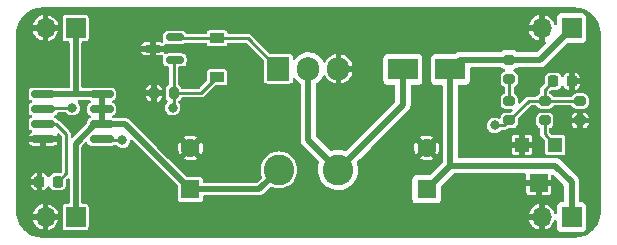
<source format=gbr>
%TF.GenerationSoftware,KiCad,Pcbnew,(6.0.6)*%
%TF.CreationDate,2022-08-22T11:18:43+02:00*%
%TF.ProjectId,nixieboi_psu,6e697869-6562-46f6-995f-7073752e6b69,rev?*%
%TF.SameCoordinates,Original*%
%TF.FileFunction,Copper,L1,Top*%
%TF.FilePolarity,Positive*%
%FSLAX46Y46*%
G04 Gerber Fmt 4.6, Leading zero omitted, Abs format (unit mm)*
G04 Created by KiCad (PCBNEW (6.0.6)) date 2022-08-22 11:18:43*
%MOMM*%
%LPD*%
G01*
G04 APERTURE LIST*
G04 Aperture macros list*
%AMRoundRect*
0 Rectangle with rounded corners*
0 $1 Rounding radius*
0 $2 $3 $4 $5 $6 $7 $8 $9 X,Y pos of 4 corners*
0 Add a 4 corners polygon primitive as box body*
4,1,4,$2,$3,$4,$5,$6,$7,$8,$9,$2,$3,0*
0 Add four circle primitives for the rounded corners*
1,1,$1+$1,$2,$3*
1,1,$1+$1,$4,$5*
1,1,$1+$1,$6,$7*
1,1,$1+$1,$8,$9*
0 Add four rect primitives between the rounded corners*
20,1,$1+$1,$2,$3,$4,$5,0*
20,1,$1+$1,$4,$5,$6,$7,0*
20,1,$1+$1,$6,$7,$8,$9,0*
20,1,$1+$1,$8,$9,$2,$3,0*%
G04 Aperture macros list end*
%TA.AperFunction,SMDPad,CuDef*%
%ADD10RoundRect,0.150000X-0.825000X-0.150000X0.825000X-0.150000X0.825000X0.150000X-0.825000X0.150000X0*%
%TD*%
%TA.AperFunction,ComponentPad*%
%ADD11R,1.905000X2.000000*%
%TD*%
%TA.AperFunction,ComponentPad*%
%ADD12O,1.905000X2.000000*%
%TD*%
%TA.AperFunction,SMDPad,CuDef*%
%ADD13RoundRect,0.200000X0.200000X0.275000X-0.200000X0.275000X-0.200000X-0.275000X0.200000X-0.275000X0*%
%TD*%
%TA.AperFunction,SMDPad,CuDef*%
%ADD14RoundRect,0.150000X0.587500X0.150000X-0.587500X0.150000X-0.587500X-0.150000X0.587500X-0.150000X0*%
%TD*%
%TA.AperFunction,SMDPad,CuDef*%
%ADD15RoundRect,0.225000X0.225000X0.250000X-0.225000X0.250000X-0.225000X-0.250000X0.225000X-0.250000X0*%
%TD*%
%TA.AperFunction,SMDPad,CuDef*%
%ADD16RoundRect,0.200000X-0.275000X0.200000X-0.275000X-0.200000X0.275000X-0.200000X0.275000X0.200000X0*%
%TD*%
%TA.AperFunction,ComponentPad*%
%ADD17C,2.600000*%
%TD*%
%TA.AperFunction,SMDPad,CuDef*%
%ADD18R,1.200000X1.200000*%
%TD*%
%TA.AperFunction,SMDPad,CuDef*%
%ADD19R,1.600000X1.500000*%
%TD*%
%TA.AperFunction,SMDPad,CuDef*%
%ADD20R,2.500000X1.800000*%
%TD*%
%TA.AperFunction,ComponentPad*%
%ADD21R,1.600000X1.600000*%
%TD*%
%TA.AperFunction,ComponentPad*%
%ADD22C,1.600000*%
%TD*%
%TA.AperFunction,SMDPad,CuDef*%
%ADD23R,1.200000X0.900000*%
%TD*%
%TA.AperFunction,ComponentPad*%
%ADD24R,1.700000X1.700000*%
%TD*%
%TA.AperFunction,ComponentPad*%
%ADD25O,1.700000X1.700000*%
%TD*%
%TA.AperFunction,ViaPad*%
%ADD26C,0.800000*%
%TD*%
%TA.AperFunction,Conductor*%
%ADD27C,0.500000*%
%TD*%
%TA.AperFunction,Conductor*%
%ADD28C,0.250000*%
%TD*%
G04 APERTURE END LIST*
D10*
%TO.P,U1,1,SwC*%
%TO.N,+12V*%
X92025000Y-67095000D03*
%TO.P,U1,2,SwE*%
%TO.N,Net-(D2-Pad2)*%
X92025000Y-68365000D03*
%TO.P,U1,3,TC*%
%TO.N,Net-(C2-Pad1)*%
X92025000Y-69635000D03*
%TO.P,U1,4,GND*%
%TO.N,GND*%
X92025000Y-70905000D03*
%TO.P,U1,5,Vfb*%
%TO.N,Net-(C3-Pad2)*%
X96975000Y-70905000D03*
%TO.P,U1,6,Vin*%
%TO.N,+12V*%
X96975000Y-69635000D03*
%TO.P,U1,7,Ipk*%
X96975000Y-68365000D03*
%TO.P,U1,8,DC*%
X96975000Y-67095000D03*
%TD*%
D11*
%TO.P,Q1,1,G*%
%TO.N,Net-(D2-Pad1)*%
X111960000Y-64945000D03*
D12*
%TO.P,Q1,2,D*%
%TO.N,Net-(D1-Pad2)*%
X114500000Y-64945000D03*
%TO.P,Q1,3,S*%
%TO.N,GND*%
X117040000Y-64945000D03*
%TD*%
D13*
%TO.P,R2,1*%
%TO.N,Net-(D2-Pad2)*%
X103075000Y-67000000D03*
%TO.P,R2,2*%
%TO.N,GND*%
X101425000Y-67000000D03*
%TD*%
D14*
%TO.P,Q2,1,B*%
%TO.N,Net-(D2-Pad2)*%
X103187500Y-64200000D03*
%TO.P,Q2,2,E*%
%TO.N,Net-(D2-Pad1)*%
X103187500Y-62300000D03*
%TO.P,Q2,3,C*%
%TO.N,GND*%
X101312500Y-63250000D03*
%TD*%
D15*
%TO.P,C3,1*%
%TO.N,GND*%
X136775000Y-66000000D03*
%TO.P,C3,2*%
%TO.N,Net-(C3-Pad2)*%
X135225000Y-66000000D03*
%TD*%
D16*
%TO.P,R1,1*%
%TO.N,Net-(C3-Pad2)*%
X137500000Y-67675000D03*
%TO.P,R1,2*%
%TO.N,GND*%
X137500000Y-69325000D03*
%TD*%
%TO.P,R4,1*%
%TO.N,HT*%
X131500000Y-64175000D03*
%TO.P,R4,2*%
%TO.N,Net-(R3-Pad1)*%
X131500000Y-65825000D03*
%TD*%
D17*
%TO.P,L1,1,1*%
%TO.N,+12V*%
X112000000Y-73500000D03*
%TO.P,L1,2,2*%
%TO.N,Net-(D1-Pad2)*%
X117000000Y-73500000D03*
%TD*%
D16*
%TO.P,R3,1*%
%TO.N,Net-(R3-Pad1)*%
X131500000Y-67675000D03*
%TO.P,R3,2*%
%TO.N,Net-(C3-Pad2)*%
X131500000Y-69325000D03*
%TD*%
D18*
%TO.P,RV1,1,1*%
%TO.N,Net-(R5-Pad2)*%
X135400000Y-71380000D03*
D19*
%TO.P,RV1,2,2*%
%TO.N,GND*%
X134000000Y-74620000D03*
D18*
%TO.P,RV1,3,3*%
X132600000Y-71380000D03*
%TD*%
D20*
%TO.P,D1,1,K*%
%TO.N,HT*%
X126500000Y-65000000D03*
%TO.P,D1,2,A*%
%TO.N,Net-(D1-Pad2)*%
X122500000Y-65000000D03*
%TD*%
D21*
%TO.P,C4,1*%
%TO.N,HT*%
X124500000Y-75152651D03*
D22*
%TO.P,C4,2*%
%TO.N,GND*%
X124500000Y-71652651D03*
%TD*%
D21*
%TO.P,C1,1*%
%TO.N,+12V*%
X104500000Y-75152651D03*
D22*
%TO.P,C1,2*%
%TO.N,GND*%
X104500000Y-71652651D03*
%TD*%
D16*
%TO.P,R5,1*%
%TO.N,Net-(C3-Pad2)*%
X134500000Y-67675000D03*
%TO.P,R5,2*%
%TO.N,Net-(R5-Pad2)*%
X134500000Y-69325000D03*
%TD*%
D15*
%TO.P,C2,1*%
%TO.N,Net-(C2-Pad1)*%
X93275000Y-74500000D03*
%TO.P,C2,2*%
%TO.N,GND*%
X91725000Y-74500000D03*
%TD*%
D23*
%TO.P,D2,1,K*%
%TO.N,Net-(D2-Pad1)*%
X106750000Y-62350000D03*
%TO.P,D2,2,A*%
%TO.N,Net-(D2-Pad2)*%
X106750000Y-65650000D03*
%TD*%
D24*
%TO.P,J4,1,Pin_1*%
%TO.N,HT*%
X136775000Y-77500000D03*
D25*
%TO.P,J4,2,Pin_2*%
%TO.N,GND*%
X134235000Y-77500000D03*
%TD*%
D24*
%TO.P,J2,1,Pin_1*%
%TO.N,+12V*%
X94775000Y-77500000D03*
D25*
%TO.P,J2,2,Pin_2*%
%TO.N,GND*%
X92235000Y-77500000D03*
%TD*%
D24*
%TO.P,J3,1,Pin_1*%
%TO.N,HT*%
X136775000Y-61500000D03*
D25*
%TO.P,J3,2,Pin_2*%
%TO.N,GND*%
X134235000Y-61500000D03*
%TD*%
D24*
%TO.P,J1,1,Pin_1*%
%TO.N,+12V*%
X94775000Y-61500000D03*
D25*
%TO.P,J1,2,Pin_2*%
%TO.N,GND*%
X92235000Y-61500000D03*
%TD*%
D26*
%TO.N,GND*%
X92000000Y-64500000D03*
X129000000Y-71500000D03*
X99000000Y-74500000D03*
X133500000Y-66000000D03*
X108500000Y-68000000D03*
X124500000Y-67500000D03*
X120500000Y-61000000D03*
X120500000Y-77500000D03*
X91000000Y-73000000D03*
X98500000Y-64500000D03*
X94500000Y-69500000D03*
X108500000Y-77500000D03*
X138000000Y-72000000D03*
X129000000Y-67500000D03*
X108500000Y-61000000D03*
X120500000Y-68000000D03*
%TO.N,Net-(C3-Pad2)*%
X98750000Y-71000000D03*
X130250000Y-69750000D03*
%TO.N,Net-(D2-Pad2)*%
X94500000Y-68250000D03*
X103000000Y-68250000D03*
%TD*%
D27*
%TO.N,+12V*%
X104500000Y-75152651D02*
X110347349Y-75152651D01*
X104500000Y-75152651D02*
X98982349Y-69635000D01*
X94775000Y-77500000D02*
X94775000Y-71281472D01*
X96975000Y-69635000D02*
X96975000Y-68365000D01*
X94905000Y-67095000D02*
X95405000Y-67095000D01*
X96421472Y-69635000D02*
X96975000Y-69635000D01*
X94775000Y-71281472D02*
X96421472Y-69635000D01*
X95405000Y-67095000D02*
X96975000Y-67095000D01*
X110347349Y-75152651D02*
X112000000Y-73500000D01*
X96975000Y-67095000D02*
X96975000Y-68365000D01*
X92025000Y-67095000D02*
X94905000Y-67095000D01*
X94775000Y-66965000D02*
X94905000Y-67095000D01*
X98982349Y-69635000D02*
X96975000Y-69635000D01*
X94775000Y-61500000D02*
X94775000Y-66965000D01*
D28*
%TO.N,Net-(C2-Pad1)*%
X93135000Y-69635000D02*
X92025000Y-69635000D01*
X93275000Y-74500000D02*
X94000000Y-73775000D01*
X94000000Y-70500000D02*
X93135000Y-69635000D01*
X94000000Y-73775000D02*
X94000000Y-70500000D01*
%TO.N,Net-(C3-Pad2)*%
X134500000Y-67675000D02*
X134500000Y-66725000D01*
X97070000Y-71000000D02*
X96975000Y-70905000D01*
X134500000Y-67675000D02*
X133150000Y-67675000D01*
X133150000Y-67675000D02*
X131500000Y-69325000D01*
X134500000Y-67675000D02*
X137500000Y-67675000D01*
X98750000Y-71000000D02*
X97070000Y-71000000D01*
X130250000Y-69750000D02*
X131075000Y-69750000D01*
X131075000Y-69750000D02*
X131500000Y-69325000D01*
X134500000Y-66725000D02*
X135225000Y-66000000D01*
D27*
%TO.N,HT*%
X126500000Y-73152651D02*
X126500000Y-65000000D01*
X124500000Y-75152651D02*
X126500000Y-73152651D01*
X126500000Y-65000000D02*
X127325000Y-64175000D01*
X131500000Y-64175000D02*
X134100000Y-64175000D01*
X127325000Y-64175000D02*
X131500000Y-64175000D01*
X135382651Y-73152651D02*
X136775000Y-74545000D01*
X126500000Y-73152651D02*
X135382651Y-73152651D01*
X136775000Y-74545000D02*
X136775000Y-77500000D01*
X134100000Y-64175000D02*
X136775000Y-61500000D01*
%TO.N,Net-(D1-Pad2)*%
X122500000Y-65000000D02*
X122500000Y-68000000D01*
X114500000Y-71000000D02*
X117000000Y-73500000D01*
X122500000Y-68000000D02*
X117000000Y-73500000D01*
X114500000Y-64945000D02*
X114500000Y-71000000D01*
D28*
%TO.N,Net-(D2-Pad1)*%
X106750000Y-62350000D02*
X109365000Y-62350000D01*
X109365000Y-62350000D02*
X111960000Y-64945000D01*
X103187500Y-62300000D02*
X103237500Y-62350000D01*
X103237500Y-62350000D02*
X106750000Y-62350000D01*
%TO.N,Net-(D2-Pad2)*%
X106750000Y-65650000D02*
X105400000Y-67000000D01*
X103075000Y-67000000D02*
X103075000Y-64312500D01*
X103075000Y-64312500D02*
X103187500Y-64200000D01*
X92140000Y-68250000D02*
X92025000Y-68365000D01*
X94500000Y-68250000D02*
X92140000Y-68250000D01*
X103075000Y-68175000D02*
X103000000Y-68250000D01*
X105400000Y-67000000D02*
X103075000Y-67000000D01*
X103075000Y-67000000D02*
X103075000Y-68175000D01*
%TO.N,Net-(R3-Pad1)*%
X131500000Y-65825000D02*
X131500000Y-67675000D01*
%TO.N,Net-(R5-Pad2)*%
X134500000Y-69325000D02*
X134500000Y-70480000D01*
X134500000Y-70480000D02*
X135400000Y-71380000D01*
%TD*%
%TA.AperFunction,Conductor*%
%TO.N,GND*%
G36*
X136987306Y-59752883D02*
G01*
X137000000Y-59755408D01*
X137011978Y-59753025D01*
X137024195Y-59753025D01*
X137024195Y-59753339D01*
X137034901Y-59752611D01*
X137202544Y-59762751D01*
X137263662Y-59766448D01*
X137278525Y-59768253D01*
X137530967Y-59814515D01*
X137545505Y-59818099D01*
X137711491Y-59869822D01*
X137790523Y-59894450D01*
X137804521Y-59899758D01*
X138038557Y-60005090D01*
X138051815Y-60012048D01*
X138271443Y-60144818D01*
X138283766Y-60153324D01*
X138485792Y-60311601D01*
X138497000Y-60321531D01*
X138678469Y-60503000D01*
X138688399Y-60514208D01*
X138846676Y-60716234D01*
X138855182Y-60728557D01*
X138987952Y-60948185D01*
X138994910Y-60961443D01*
X139100242Y-61195479D01*
X139105550Y-61209477D01*
X139117296Y-61247169D01*
X139181901Y-61454495D01*
X139185485Y-61469033D01*
X139222464Y-61670820D01*
X139231367Y-61719399D01*
X139231747Y-61721475D01*
X139233552Y-61736338D01*
X139236925Y-61792104D01*
X139247389Y-61965099D01*
X139246661Y-61975805D01*
X139246975Y-61975805D01*
X139246975Y-61988022D01*
X139244592Y-62000000D01*
X139246975Y-62011980D01*
X139247117Y-62012694D01*
X139249500Y-62036885D01*
X139249500Y-76963115D01*
X139247117Y-76987306D01*
X139244592Y-77000000D01*
X139246975Y-77011978D01*
X139246975Y-77024195D01*
X139246661Y-77024195D01*
X139247389Y-77034901D01*
X139242872Y-77109574D01*
X139234728Y-77244226D01*
X139233552Y-77263660D01*
X139231747Y-77278525D01*
X139185485Y-77530967D01*
X139181901Y-77545505D01*
X139130178Y-77711491D01*
X139113782Y-77764109D01*
X139105552Y-77790519D01*
X139100242Y-77804520D01*
X139084842Y-77838738D01*
X138994910Y-78038557D01*
X138987952Y-78051815D01*
X138855182Y-78271443D01*
X138846676Y-78283766D01*
X138688399Y-78485792D01*
X138678469Y-78497000D01*
X138497000Y-78678469D01*
X138485792Y-78688399D01*
X138283766Y-78846676D01*
X138271443Y-78855182D01*
X138051815Y-78987952D01*
X138038557Y-78994910D01*
X137804521Y-79100242D01*
X137790523Y-79105550D01*
X137711491Y-79130178D01*
X137545505Y-79181901D01*
X137530967Y-79185485D01*
X137278525Y-79231747D01*
X137263662Y-79233552D01*
X137202544Y-79237249D01*
X137034901Y-79247389D01*
X137024195Y-79246661D01*
X137024195Y-79246975D01*
X137011978Y-79246975D01*
X137000000Y-79244592D01*
X136988020Y-79246975D01*
X136987306Y-79247117D01*
X136963115Y-79249500D01*
X92036885Y-79249500D01*
X92012694Y-79247117D01*
X92011980Y-79246975D01*
X92000000Y-79244592D01*
X91988022Y-79246975D01*
X91975805Y-79246975D01*
X91975805Y-79246661D01*
X91965099Y-79247389D01*
X91797456Y-79237249D01*
X91736338Y-79233552D01*
X91721475Y-79231747D01*
X91469033Y-79185485D01*
X91454495Y-79181901D01*
X91288509Y-79130178D01*
X91209477Y-79105550D01*
X91195479Y-79100242D01*
X90961443Y-78994910D01*
X90948185Y-78987952D01*
X90728557Y-78855182D01*
X90716234Y-78846676D01*
X90514208Y-78688399D01*
X90503000Y-78678469D01*
X90321531Y-78497000D01*
X90311601Y-78485792D01*
X90153324Y-78283766D01*
X90144818Y-78271443D01*
X90012048Y-78051815D01*
X90005090Y-78038557D01*
X89915158Y-77838738D01*
X89899758Y-77804520D01*
X89894448Y-77790519D01*
X89886219Y-77764109D01*
X89885798Y-77762759D01*
X91166731Y-77762759D01*
X91192255Y-77863260D01*
X91196028Y-77873916D01*
X91275910Y-78047193D01*
X91281574Y-78057002D01*
X91391689Y-78212812D01*
X91399039Y-78221417D01*
X91535709Y-78354555D01*
X91544512Y-78361683D01*
X91703147Y-78467680D01*
X91713105Y-78473087D01*
X91888396Y-78548397D01*
X91899178Y-78551901D01*
X91967609Y-78567385D01*
X91981462Y-78566510D01*
X91984907Y-78557504D01*
X92485000Y-78557504D01*
X92488903Y-78570798D01*
X92498736Y-78572206D01*
X92678937Y-78511036D01*
X92689293Y-78506425D01*
X92855753Y-78413202D01*
X92865090Y-78406785D01*
X93011777Y-78284787D01*
X93019787Y-78276777D01*
X93141785Y-78130090D01*
X93148202Y-78120753D01*
X93241425Y-77954293D01*
X93246036Y-77943937D01*
X93307215Y-77763709D01*
X93305821Y-77753930D01*
X93292467Y-77750000D01*
X92502830Y-77750000D01*
X92487831Y-77754404D01*
X92486644Y-77755774D01*
X92485000Y-77763332D01*
X92485000Y-78557504D01*
X91984907Y-78557504D01*
X91985000Y-78557261D01*
X91985000Y-77767830D01*
X91980596Y-77752831D01*
X91979226Y-77751644D01*
X91971668Y-77750000D01*
X91181321Y-77750000D01*
X91168004Y-77753910D01*
X91166731Y-77762759D01*
X89885798Y-77762759D01*
X89869822Y-77711491D01*
X89818099Y-77545505D01*
X89814515Y-77530967D01*
X89768253Y-77278525D01*
X89766448Y-77263660D01*
X89765432Y-77246850D01*
X91165809Y-77246850D01*
X91172433Y-77250000D01*
X91967170Y-77250000D01*
X91982169Y-77245596D01*
X91983356Y-77244226D01*
X91985000Y-77236668D01*
X91985000Y-77232170D01*
X92485000Y-77232170D01*
X92489404Y-77247169D01*
X92490774Y-77248356D01*
X92498332Y-77250000D01*
X93289654Y-77250000D01*
X93302971Y-77246090D01*
X93304123Y-77238082D01*
X93267880Y-77109574D01*
X93263823Y-77099007D01*
X93179441Y-76927894D01*
X93173517Y-76918228D01*
X93059366Y-76765362D01*
X93051785Y-76756942D01*
X92911683Y-76627432D01*
X92902701Y-76620540D01*
X92741331Y-76518724D01*
X92731253Y-76513589D01*
X92554035Y-76442886D01*
X92543182Y-76439670D01*
X92502484Y-76431576D01*
X92489816Y-76432710D01*
X92485000Y-76447623D01*
X92485000Y-77232170D01*
X91985000Y-77232170D01*
X91985000Y-76444587D01*
X91981254Y-76431829D01*
X91966573Y-76429923D01*
X91954685Y-76431966D01*
X91943745Y-76434897D01*
X91764737Y-76500936D01*
X91754524Y-76505808D01*
X91590557Y-76603358D01*
X91581390Y-76610018D01*
X91437942Y-76735819D01*
X91430152Y-76744028D01*
X91312027Y-76893868D01*
X91305864Y-76903360D01*
X91217025Y-77072214D01*
X91212694Y-77082669D01*
X91166023Y-77232975D01*
X91165809Y-77246850D01*
X89765432Y-77246850D01*
X89765273Y-77244226D01*
X89757128Y-77109574D01*
X89752611Y-77034901D01*
X89753339Y-77024195D01*
X89753025Y-77024195D01*
X89753025Y-77011978D01*
X89755408Y-77000000D01*
X89752883Y-76987306D01*
X89750500Y-76963115D01*
X89750500Y-74791606D01*
X91025000Y-74791606D01*
X91025363Y-74798303D01*
X91030470Y-74845320D01*
X91034040Y-74860329D01*
X91075968Y-74972175D01*
X91084372Y-74987525D01*
X91155372Y-75082261D01*
X91167739Y-75094628D01*
X91262475Y-75165628D01*
X91277825Y-75174032D01*
X91389671Y-75215960D01*
X91404680Y-75219530D01*
X91451697Y-75224637D01*
X91457361Y-75224944D01*
X91472169Y-75220596D01*
X91473356Y-75219226D01*
X91475000Y-75211668D01*
X91475000Y-74767830D01*
X91470596Y-74752831D01*
X91469226Y-74751644D01*
X91461668Y-74750000D01*
X91042830Y-74750000D01*
X91027831Y-74754404D01*
X91026644Y-74755774D01*
X91025000Y-74763332D01*
X91025000Y-74791606D01*
X89750500Y-74791606D01*
X89750500Y-74232170D01*
X91025000Y-74232170D01*
X91029404Y-74247169D01*
X91030774Y-74248356D01*
X91038332Y-74250000D01*
X91457170Y-74250000D01*
X91472169Y-74245596D01*
X91473356Y-74244226D01*
X91475000Y-74236668D01*
X91475000Y-73792830D01*
X91470596Y-73777831D01*
X91469226Y-73776644D01*
X91461668Y-73775000D01*
X91458394Y-73775000D01*
X91451697Y-73775363D01*
X91404680Y-73780470D01*
X91389671Y-73784040D01*
X91277825Y-73825968D01*
X91262475Y-73834372D01*
X91167739Y-73905372D01*
X91155372Y-73917739D01*
X91084372Y-74012475D01*
X91075968Y-74027825D01*
X91034040Y-74139671D01*
X91030470Y-74154680D01*
X91025363Y-74201697D01*
X91025000Y-74208394D01*
X91025000Y-74232170D01*
X89750500Y-74232170D01*
X89750500Y-71172137D01*
X90813838Y-71172137D01*
X90819266Y-71188844D01*
X90867929Y-71284350D01*
X90879261Y-71299947D01*
X90955053Y-71375739D01*
X90970650Y-71387071D01*
X91066155Y-71435734D01*
X91084495Y-71441692D01*
X91163697Y-71454236D01*
X91173399Y-71455000D01*
X91757170Y-71455000D01*
X91772169Y-71450596D01*
X91773356Y-71449226D01*
X91775000Y-71441668D01*
X91775000Y-71437169D01*
X92275000Y-71437169D01*
X92279404Y-71452168D01*
X92280774Y-71453355D01*
X92288332Y-71454999D01*
X92876609Y-71454999D01*
X92886289Y-71454237D01*
X92965513Y-71441691D01*
X92983840Y-71435736D01*
X93079350Y-71387071D01*
X93094947Y-71375739D01*
X93170739Y-71299947D01*
X93182071Y-71284350D01*
X93230734Y-71188844D01*
X93236259Y-71171838D01*
X93234619Y-71159145D01*
X93220867Y-71155000D01*
X92292830Y-71155000D01*
X92277831Y-71159404D01*
X92276644Y-71160774D01*
X92275000Y-71168332D01*
X92275000Y-71437169D01*
X91775000Y-71437169D01*
X91775000Y-71172830D01*
X91770596Y-71157831D01*
X91769226Y-71156644D01*
X91761668Y-71155000D01*
X90828682Y-71155000D01*
X90815655Y-71158825D01*
X90813838Y-71172137D01*
X89750500Y-71172137D01*
X89750500Y-69453481D01*
X90799500Y-69453481D01*
X90799501Y-69816518D01*
X90814354Y-69910304D01*
X90871950Y-70023342D01*
X90961658Y-70113050D01*
X91032245Y-70149016D01*
X91053400Y-70159795D01*
X91104196Y-70207770D01*
X91120991Y-70275591D01*
X91098454Y-70341726D01*
X91053400Y-70380765D01*
X90970650Y-70422928D01*
X90955053Y-70434261D01*
X90879261Y-70510053D01*
X90867929Y-70525650D01*
X90819266Y-70621156D01*
X90813741Y-70638162D01*
X90815381Y-70650855D01*
X90829133Y-70655000D01*
X93221318Y-70655000D01*
X93234345Y-70651175D01*
X93236162Y-70637863D01*
X93230732Y-70621150D01*
X93212823Y-70586002D01*
X93199926Y-70517333D01*
X93226202Y-70452593D01*
X93283308Y-70412335D01*
X93353114Y-70409343D01*
X93410988Y-70442026D01*
X93588181Y-70619219D01*
X93621666Y-70680542D01*
X93624500Y-70706900D01*
X93624500Y-73568101D01*
X93604815Y-73635140D01*
X93588181Y-73655782D01*
X93505782Y-73738181D01*
X93444459Y-73771666D01*
X93418101Y-73774500D01*
X93033529Y-73774501D01*
X93004986Y-73774501D01*
X93001645Y-73774864D01*
X93001643Y-73774864D01*
X92954573Y-73779976D01*
X92954570Y-73779977D01*
X92946843Y-73780816D01*
X92887265Y-73803151D01*
X92827579Y-73825526D01*
X92827578Y-73825527D01*
X92819305Y-73828628D01*
X92812238Y-73833924D01*
X92812235Y-73833926D01*
X92756577Y-73875640D01*
X92710313Y-73910313D01*
X92705018Y-73917378D01*
X92633926Y-74012235D01*
X92633924Y-74012238D01*
X92628628Y-74019305D01*
X92625526Y-74027578D01*
X92625525Y-74027581D01*
X92615842Y-74053411D01*
X92573878Y-74109275D01*
X92508373Y-74133583D01*
X92440125Y-74118617D01*
X92390802Y-74069130D01*
X92383624Y-74053412D01*
X92374031Y-74027823D01*
X92365628Y-74012475D01*
X92294628Y-73917739D01*
X92282261Y-73905372D01*
X92187525Y-73834372D01*
X92172175Y-73825968D01*
X92060329Y-73784040D01*
X92045320Y-73780470D01*
X91998303Y-73775363D01*
X91992639Y-73775056D01*
X91977831Y-73779404D01*
X91976644Y-73780774D01*
X91975000Y-73788332D01*
X91975000Y-75207170D01*
X91979404Y-75222169D01*
X91980774Y-75223356D01*
X91988332Y-75225000D01*
X91991606Y-75225000D01*
X91998303Y-75224637D01*
X92045320Y-75219530D01*
X92060329Y-75215960D01*
X92172175Y-75174032D01*
X92187525Y-75165628D01*
X92282261Y-75094628D01*
X92294628Y-75082261D01*
X92365628Y-74987525D01*
X92374031Y-74972177D01*
X92383624Y-74946588D01*
X92425589Y-74890724D01*
X92491094Y-74866417D01*
X92559342Y-74881384D01*
X92608665Y-74930872D01*
X92615842Y-74946589D01*
X92625435Y-74972177D01*
X92628628Y-74980695D01*
X92633924Y-74987762D01*
X92633926Y-74987765D01*
X92705018Y-75082622D01*
X92710313Y-75089687D01*
X92717378Y-75094982D01*
X92812235Y-75166074D01*
X92812238Y-75166076D01*
X92819305Y-75171372D01*
X92827578Y-75174473D01*
X92827579Y-75174474D01*
X92830428Y-75175542D01*
X92946843Y-75219184D01*
X92954574Y-75220024D01*
X92954575Y-75220024D01*
X92959841Y-75220596D01*
X93004985Y-75225500D01*
X93274959Y-75225500D01*
X93545014Y-75225499D01*
X93548355Y-75225136D01*
X93548357Y-75225136D01*
X93595427Y-75220024D01*
X93595430Y-75220023D01*
X93603157Y-75219184D01*
X93719572Y-75175542D01*
X93722421Y-75174474D01*
X93722422Y-75174473D01*
X93730695Y-75171372D01*
X93737762Y-75166076D01*
X93737765Y-75166074D01*
X93832622Y-75094982D01*
X93839687Y-75089687D01*
X93844982Y-75082622D01*
X93916074Y-74987765D01*
X93916076Y-74987762D01*
X93921372Y-74980695D01*
X93969184Y-74853157D01*
X93975500Y-74795015D01*
X93975499Y-74381900D01*
X93995183Y-74314861D01*
X94011818Y-74294219D01*
X94062819Y-74243218D01*
X94124142Y-74209733D01*
X94193834Y-74214717D01*
X94249767Y-74256589D01*
X94274184Y-74322053D01*
X94274500Y-74330899D01*
X94274500Y-76275500D01*
X94254815Y-76342539D01*
X94202011Y-76388294D01*
X94150500Y-76399500D01*
X93900326Y-76399500D01*
X93894350Y-76400689D01*
X93894347Y-76400689D01*
X93861313Y-76407260D01*
X93827260Y-76414034D01*
X93744399Y-76469399D01*
X93689034Y-76552260D01*
X93686651Y-76564241D01*
X93675862Y-76618481D01*
X93674500Y-76625326D01*
X93674500Y-78374674D01*
X93675689Y-78380650D01*
X93675689Y-78380653D01*
X93676818Y-78386326D01*
X93689034Y-78447740D01*
X93744399Y-78530601D01*
X93827260Y-78585966D01*
X93861313Y-78592740D01*
X93894347Y-78599311D01*
X93894350Y-78599311D01*
X93900326Y-78600500D01*
X95649674Y-78600500D01*
X95655650Y-78599311D01*
X95655653Y-78599311D01*
X95688687Y-78592740D01*
X95722740Y-78585966D01*
X95805601Y-78530601D01*
X95860966Y-78447740D01*
X95873182Y-78386326D01*
X95874311Y-78380653D01*
X95874311Y-78380650D01*
X95875500Y-78374674D01*
X95875500Y-77762759D01*
X133166731Y-77762759D01*
X133192255Y-77863260D01*
X133196028Y-77873916D01*
X133275910Y-78047193D01*
X133281574Y-78057002D01*
X133391689Y-78212812D01*
X133399039Y-78221417D01*
X133535709Y-78354555D01*
X133544512Y-78361683D01*
X133703147Y-78467680D01*
X133713105Y-78473087D01*
X133888396Y-78548397D01*
X133899178Y-78551901D01*
X133967609Y-78567385D01*
X133981462Y-78566510D01*
X133985000Y-78557261D01*
X133985000Y-77767830D01*
X133980596Y-77752831D01*
X133979226Y-77751644D01*
X133971668Y-77750000D01*
X133181321Y-77750000D01*
X133168004Y-77753910D01*
X133166731Y-77762759D01*
X95875500Y-77762759D01*
X95875500Y-77246850D01*
X133165809Y-77246850D01*
X133172433Y-77250000D01*
X133967170Y-77250000D01*
X133982169Y-77245596D01*
X133983356Y-77244226D01*
X133985000Y-77236668D01*
X133985000Y-76444587D01*
X133981254Y-76431829D01*
X133966573Y-76429923D01*
X133954685Y-76431966D01*
X133943745Y-76434897D01*
X133764737Y-76500936D01*
X133754524Y-76505808D01*
X133590557Y-76603358D01*
X133581390Y-76610018D01*
X133437942Y-76735819D01*
X133430152Y-76744028D01*
X133312027Y-76893868D01*
X133305864Y-76903360D01*
X133217025Y-77072214D01*
X133212694Y-77082669D01*
X133166023Y-77232975D01*
X133165809Y-77246850D01*
X95875500Y-77246850D01*
X95875500Y-76625326D01*
X95874139Y-76618481D01*
X95863349Y-76564241D01*
X95860966Y-76552260D01*
X95805601Y-76469399D01*
X95722740Y-76414034D01*
X95688687Y-76407260D01*
X95655653Y-76400689D01*
X95655650Y-76400689D01*
X95649674Y-76399500D01*
X95399500Y-76399500D01*
X95332461Y-76379815D01*
X95286706Y-76327011D01*
X95275500Y-76275500D01*
X95275500Y-71540148D01*
X95295185Y-71473109D01*
X95311819Y-71452467D01*
X95582788Y-71181498D01*
X95644111Y-71148013D01*
X95713803Y-71152997D01*
X95769736Y-71194869D01*
X95780953Y-71212884D01*
X95817516Y-71284642D01*
X95817520Y-71284647D01*
X95821950Y-71293342D01*
X95911658Y-71383050D01*
X96024696Y-71440646D01*
X96042981Y-71443542D01*
X96113661Y-71454737D01*
X96113666Y-71454737D01*
X96118481Y-71455500D01*
X96123359Y-71455500D01*
X96975615Y-71455499D01*
X97831518Y-71455499D01*
X97907018Y-71443542D01*
X97915669Y-71442172D01*
X97915670Y-71442172D01*
X97925304Y-71440646D01*
X98026635Y-71389015D01*
X98082930Y-71375500D01*
X98152907Y-71375500D01*
X98219946Y-71395185D01*
X98246771Y-71418472D01*
X98249790Y-71421969D01*
X98253958Y-71428172D01*
X98259488Y-71433204D01*
X98259489Y-71433205D01*
X98364878Y-71529102D01*
X98364882Y-71529105D01*
X98370410Y-71534135D01*
X98376980Y-71537702D01*
X98376981Y-71537703D01*
X98382945Y-71540941D01*
X98508776Y-71609262D01*
X98604612Y-71634404D01*
X98653841Y-71647319D01*
X98653843Y-71647319D01*
X98661069Y-71649215D01*
X98738127Y-71650425D01*
X98811025Y-71651571D01*
X98811028Y-71651571D01*
X98818495Y-71651688D01*
X98825776Y-71650020D01*
X98825780Y-71650020D01*
X98964681Y-71618207D01*
X98971968Y-71616538D01*
X99112625Y-71545795D01*
X99118306Y-71540943D01*
X99118309Y-71540941D01*
X99226666Y-71448395D01*
X99226667Y-71448394D01*
X99232348Y-71443542D01*
X99236928Y-71437169D01*
X99272633Y-71387480D01*
X99324224Y-71315683D01*
X99382950Y-71169598D01*
X99401081Y-71042199D01*
X99430015Y-70978603D01*
X99488739Y-70940744D01*
X99558608Y-70940644D01*
X99611525Y-70971990D01*
X103413181Y-74773645D01*
X103446666Y-74834968D01*
X103449500Y-74861326D01*
X103449500Y-75977325D01*
X103450689Y-75983301D01*
X103450689Y-75983304D01*
X103451818Y-75988977D01*
X103464034Y-76050391D01*
X103519399Y-76133252D01*
X103602260Y-76188617D01*
X103636313Y-76195391D01*
X103669347Y-76201962D01*
X103669350Y-76201962D01*
X103675326Y-76203151D01*
X105324674Y-76203151D01*
X105330650Y-76201962D01*
X105330653Y-76201962D01*
X105363687Y-76195391D01*
X105397740Y-76188617D01*
X105480601Y-76133252D01*
X105535966Y-76050391D01*
X105548182Y-75988977D01*
X105549311Y-75983304D01*
X105549311Y-75983301D01*
X105550500Y-75977325D01*
X105550500Y-75777151D01*
X105570185Y-75710112D01*
X105622989Y-75664357D01*
X105674500Y-75653151D01*
X110277388Y-75653151D01*
X110289334Y-75654486D01*
X110289372Y-75654012D01*
X110298181Y-75654721D01*
X110306796Y-75656670D01*
X110315613Y-75656123D01*
X110315614Y-75656123D01*
X110359677Y-75653389D01*
X110367356Y-75653151D01*
X110383289Y-75653151D01*
X110387657Y-75652525D01*
X110387663Y-75652525D01*
X110393479Y-75651692D01*
X110403378Y-75650678D01*
X110435801Y-75648666D01*
X110441071Y-75648339D01*
X110449887Y-75647792D01*
X110458198Y-75644791D01*
X110461030Y-75644205D01*
X110477733Y-75640041D01*
X110480517Y-75639227D01*
X110489267Y-75637974D01*
X110531697Y-75618682D01*
X110540903Y-75614935D01*
X110576424Y-75602112D01*
X110576426Y-75602111D01*
X110584736Y-75599111D01*
X110591874Y-75593896D01*
X110594434Y-75592535D01*
X110609304Y-75583846D01*
X110611734Y-75582292D01*
X110619777Y-75578635D01*
X110655092Y-75548205D01*
X110662880Y-75542022D01*
X110673685Y-75534129D01*
X110684485Y-75523329D01*
X110691224Y-75517072D01*
X110721694Y-75490818D01*
X110721697Y-75490815D01*
X110728386Y-75485051D01*
X110733192Y-75477636D01*
X110738534Y-75471512D01*
X110748000Y-75459814D01*
X111255213Y-74952601D01*
X111316536Y-74919116D01*
X111390344Y-74925721D01*
X111519388Y-74979172D01*
X111524120Y-74980308D01*
X111524126Y-74980310D01*
X111648112Y-75010076D01*
X111756698Y-75036146D01*
X111761542Y-75036527D01*
X111761547Y-75036528D01*
X111995146Y-75054912D01*
X112000000Y-75055294D01*
X112004854Y-75054912D01*
X112238453Y-75036528D01*
X112238458Y-75036527D01*
X112243302Y-75036146D01*
X112351888Y-75010076D01*
X112475874Y-74980310D01*
X112475880Y-74980308D01*
X112480612Y-74979172D01*
X112485115Y-74977307D01*
X112485118Y-74977306D01*
X112635386Y-74915063D01*
X112706089Y-74885777D01*
X112722413Y-74875774D01*
X112910021Y-74760807D01*
X112914179Y-74758259D01*
X113099759Y-74599759D01*
X113258259Y-74414179D01*
X113309514Y-74330538D01*
X113383231Y-74210244D01*
X113383232Y-74210242D01*
X113385777Y-74206089D01*
X113443873Y-74065832D01*
X113477306Y-73985118D01*
X113477308Y-73985113D01*
X113479172Y-73980612D01*
X113481376Y-73971434D01*
X113525335Y-73788332D01*
X113536146Y-73743302D01*
X113538584Y-73712331D01*
X113554912Y-73504854D01*
X113555294Y-73500000D01*
X113536146Y-73256698D01*
X113479172Y-73019388D01*
X113473596Y-73005925D01*
X113387642Y-72798414D01*
X113385777Y-72793911D01*
X113353576Y-72741363D01*
X113260807Y-72589979D01*
X113258259Y-72585821D01*
X113099759Y-72400241D01*
X112914179Y-72241741D01*
X112834873Y-72193142D01*
X112710244Y-72116769D01*
X112710242Y-72116768D01*
X112706089Y-72114223D01*
X112589086Y-72065759D01*
X112485118Y-72022694D01*
X112485113Y-72022692D01*
X112480612Y-72020828D01*
X112475880Y-72019692D01*
X112475874Y-72019690D01*
X112351888Y-71989924D01*
X112243302Y-71963854D01*
X112238458Y-71963473D01*
X112238453Y-71963472D01*
X112004854Y-71945088D01*
X112000000Y-71944706D01*
X111995146Y-71945088D01*
X111761547Y-71963472D01*
X111761542Y-71963473D01*
X111756698Y-71963854D01*
X111648112Y-71989924D01*
X111524126Y-72019690D01*
X111524120Y-72019692D01*
X111519388Y-72020828D01*
X111514887Y-72022692D01*
X111514882Y-72022694D01*
X111410914Y-72065759D01*
X111293911Y-72114223D01*
X111289758Y-72116768D01*
X111289756Y-72116769D01*
X111165127Y-72193142D01*
X111085821Y-72241741D01*
X110900241Y-72400241D01*
X110741741Y-72585821D01*
X110739193Y-72589979D01*
X110646425Y-72741363D01*
X110614223Y-72793911D01*
X110612358Y-72798414D01*
X110526405Y-73005925D01*
X110520828Y-73019388D01*
X110463854Y-73256698D01*
X110444706Y-73500000D01*
X110445088Y-73504854D01*
X110461417Y-73712331D01*
X110463854Y-73743302D01*
X110474665Y-73788332D01*
X110518625Y-73971434D01*
X110520828Y-73980612D01*
X110574279Y-74109656D01*
X110581748Y-74179123D01*
X110547399Y-74244787D01*
X110176354Y-74615832D01*
X110115031Y-74649317D01*
X110088673Y-74652151D01*
X105674500Y-74652151D01*
X105607461Y-74632466D01*
X105561706Y-74579662D01*
X105550500Y-74528151D01*
X105550500Y-74327977D01*
X105549139Y-74321132D01*
X105538349Y-74266892D01*
X105535966Y-74254911D01*
X105492105Y-74189267D01*
X105487385Y-74182203D01*
X105480601Y-74172050D01*
X105397740Y-74116685D01*
X105360488Y-74109275D01*
X105330653Y-74103340D01*
X105330650Y-74103340D01*
X105324674Y-74102151D01*
X104208676Y-74102151D01*
X104141637Y-74082466D01*
X104120995Y-74065832D01*
X102605791Y-72550628D01*
X103961106Y-72550628D01*
X103965938Y-72557083D01*
X104072307Y-72616530D01*
X104083366Y-72621362D01*
X104267667Y-72681244D01*
X104279458Y-72683837D01*
X104471883Y-72706783D01*
X104483949Y-72707036D01*
X104677166Y-72692168D01*
X104689057Y-72690071D01*
X104875702Y-72637959D01*
X104886953Y-72633595D01*
X105030784Y-72560941D01*
X105040908Y-72551446D01*
X105038705Y-72544909D01*
X104512607Y-72018811D01*
X104498887Y-72011319D01*
X104497081Y-72011448D01*
X104490574Y-72015630D01*
X103967757Y-72538447D01*
X103961106Y-72550628D01*
X102605791Y-72550628D01*
X101699129Y-71643966D01*
X103445530Y-71643966D01*
X103461744Y-71837063D01*
X103463926Y-71848951D01*
X103517337Y-72035217D01*
X103521783Y-72046448D01*
X103592005Y-72183085D01*
X103601571Y-72193142D01*
X103608262Y-72190836D01*
X104133840Y-71665258D01*
X104140116Y-71653764D01*
X104858668Y-71653764D01*
X104858797Y-71655570D01*
X104862979Y-71662077D01*
X105385623Y-72184721D01*
X105397804Y-72191372D01*
X105404432Y-72186411D01*
X105460866Y-72087068D01*
X105465780Y-72076031D01*
X105526947Y-71892159D01*
X105529622Y-71880386D01*
X105554235Y-71685554D01*
X105554718Y-71678644D01*
X105555033Y-71656113D01*
X105554743Y-71649203D01*
X105535579Y-71453754D01*
X105533235Y-71441915D01*
X105477224Y-71256397D01*
X105472623Y-71245235D01*
X105407520Y-71122793D01*
X105397817Y-71112872D01*
X105390804Y-71115400D01*
X104866160Y-71640044D01*
X104858668Y-71653764D01*
X104140116Y-71653764D01*
X104141332Y-71651538D01*
X104141203Y-71649732D01*
X104137021Y-71643225D01*
X103613994Y-71120198D01*
X103601813Y-71113547D01*
X103595525Y-71118254D01*
X103533157Y-71231700D01*
X103528406Y-71242785D01*
X103469808Y-71427508D01*
X103467299Y-71439315D01*
X103445698Y-71631890D01*
X103445530Y-71643966D01*
X101699129Y-71643966D01*
X100809710Y-70754547D01*
X103959886Y-70754547D01*
X103962301Y-70761399D01*
X104487393Y-71286491D01*
X104501113Y-71293983D01*
X104502919Y-71293854D01*
X104509426Y-71289672D01*
X105032703Y-70766395D01*
X105039354Y-70754214D01*
X105034769Y-70748089D01*
X104914195Y-70682896D01*
X104903068Y-70678218D01*
X104717937Y-70620911D01*
X104706130Y-70618487D01*
X104513395Y-70598230D01*
X104501329Y-70598145D01*
X104308340Y-70615708D01*
X104296477Y-70617971D01*
X104110575Y-70672685D01*
X104099386Y-70677206D01*
X103969875Y-70744913D01*
X103959886Y-70754547D01*
X100809710Y-70754547D01*
X99385724Y-69330561D01*
X99378221Y-69321172D01*
X99377859Y-69321480D01*
X99372134Y-69314754D01*
X99367419Y-69307280D01*
X99327706Y-69272207D01*
X99322108Y-69266945D01*
X99310843Y-69255680D01*
X99302611Y-69249510D01*
X99294892Y-69243227D01*
X99266582Y-69218224D01*
X99266580Y-69218223D01*
X99259961Y-69212377D01*
X99251965Y-69208623D01*
X99249560Y-69207043D01*
X99234778Y-69198160D01*
X99232241Y-69196771D01*
X99225173Y-69191474D01*
X99181536Y-69175115D01*
X99172381Y-69171258D01*
X99130186Y-69151447D01*
X99121452Y-69150087D01*
X99118674Y-69149238D01*
X99102027Y-69144870D01*
X99099197Y-69144248D01*
X99090929Y-69141148D01*
X99082125Y-69140494D01*
X99082122Y-69140493D01*
X99051866Y-69138245D01*
X99044446Y-69137694D01*
X99034576Y-69136561D01*
X99021340Y-69134500D01*
X99006064Y-69134500D01*
X98996875Y-69134159D01*
X98995758Y-69134076D01*
X98947957Y-69130524D01*
X98939317Y-69132368D01*
X98931195Y-69132922D01*
X98916243Y-69134500D01*
X98024052Y-69134500D01*
X97967756Y-69120984D01*
X97947149Y-69110484D01*
X97896354Y-69062510D01*
X97879559Y-68994688D01*
X97902097Y-68928554D01*
X97947150Y-68889515D01*
X97992244Y-68866538D01*
X98038342Y-68843050D01*
X98128050Y-68753342D01*
X98185646Y-68640304D01*
X98198563Y-68558750D01*
X98199737Y-68551339D01*
X98199737Y-68551334D01*
X98200500Y-68546519D01*
X98200499Y-68183482D01*
X98185646Y-68089696D01*
X98128050Y-67976658D01*
X98038342Y-67886950D01*
X97971454Y-67852869D01*
X97947150Y-67840485D01*
X97896354Y-67792510D01*
X97879559Y-67724689D01*
X97902097Y-67658554D01*
X97947150Y-67619515D01*
X97992258Y-67596531D01*
X98038342Y-67573050D01*
X98128050Y-67483342D01*
X98185646Y-67370304D01*
X98192686Y-67325857D01*
X100775001Y-67325857D01*
X100775275Y-67331670D01*
X100777267Y-67352748D01*
X100780482Y-67367406D01*
X100819742Y-67479202D01*
X100828320Y-67495402D01*
X100897703Y-67589339D01*
X100910661Y-67602297D01*
X101004598Y-67671680D01*
X101020798Y-67680258D01*
X101132597Y-67719518D01*
X101147248Y-67722733D01*
X101160594Y-67723995D01*
X101172169Y-67720596D01*
X101173356Y-67719226D01*
X101175000Y-67711668D01*
X101175000Y-67707169D01*
X101675000Y-67707169D01*
X101679404Y-67722168D01*
X101680774Y-67723355D01*
X101685436Y-67724369D01*
X101702748Y-67722733D01*
X101717406Y-67719518D01*
X101829202Y-67680258D01*
X101845402Y-67671680D01*
X101939339Y-67602297D01*
X101952297Y-67589339D01*
X102021680Y-67495402D01*
X102030258Y-67479202D01*
X102069518Y-67367403D01*
X102072733Y-67352752D01*
X102074725Y-67331685D01*
X102075000Y-67325840D01*
X102075000Y-67267830D01*
X102070596Y-67252831D01*
X102069226Y-67251644D01*
X102061668Y-67250000D01*
X101692830Y-67250000D01*
X101677831Y-67254404D01*
X101676644Y-67255774D01*
X101675000Y-67263332D01*
X101675000Y-67707169D01*
X101175000Y-67707169D01*
X101175000Y-67267830D01*
X101170596Y-67252831D01*
X101169226Y-67251644D01*
X101161668Y-67250000D01*
X100792831Y-67250000D01*
X100777832Y-67254404D01*
X100776645Y-67255774D01*
X100775001Y-67263332D01*
X100775001Y-67325857D01*
X98192686Y-67325857D01*
X98194178Y-67316435D01*
X98199737Y-67281339D01*
X98199737Y-67281334D01*
X98200500Y-67276519D01*
X98200499Y-66913482D01*
X98185646Y-66819696D01*
X98141049Y-66732170D01*
X100775000Y-66732170D01*
X100779404Y-66747169D01*
X100780774Y-66748356D01*
X100788332Y-66750000D01*
X101157170Y-66750000D01*
X101172169Y-66745596D01*
X101173356Y-66744226D01*
X101175000Y-66736668D01*
X101175000Y-66732170D01*
X101675000Y-66732170D01*
X101679404Y-66747169D01*
X101680774Y-66748356D01*
X101688332Y-66750000D01*
X102057169Y-66750000D01*
X102072168Y-66745596D01*
X102073355Y-66744226D01*
X102074999Y-66736668D01*
X102074999Y-66674143D01*
X102074725Y-66668330D01*
X102072733Y-66647252D01*
X102069518Y-66632594D01*
X102030258Y-66520798D01*
X102021680Y-66504598D01*
X101952297Y-66410661D01*
X101939339Y-66397703D01*
X101845402Y-66328320D01*
X101829202Y-66319742D01*
X101717403Y-66280482D01*
X101702752Y-66277267D01*
X101689406Y-66276005D01*
X101677831Y-66279404D01*
X101676644Y-66280774D01*
X101675000Y-66288332D01*
X101675000Y-66732170D01*
X101175000Y-66732170D01*
X101175000Y-66292831D01*
X101170596Y-66277832D01*
X101169226Y-66276645D01*
X101164564Y-66275631D01*
X101147252Y-66277267D01*
X101132594Y-66280482D01*
X101020798Y-66319742D01*
X101004598Y-66328320D01*
X100910661Y-66397703D01*
X100897703Y-66410661D01*
X100828320Y-66504598D01*
X100819742Y-66520798D01*
X100780482Y-66632597D01*
X100777267Y-66647248D01*
X100775275Y-66668315D01*
X100775000Y-66674160D01*
X100775000Y-66732170D01*
X98141049Y-66732170D01*
X98128050Y-66706658D01*
X98038342Y-66616950D01*
X97925304Y-66559354D01*
X97883810Y-66552782D01*
X97836339Y-66545263D01*
X97836334Y-66545263D01*
X97831519Y-66544500D01*
X97826641Y-66544500D01*
X96974386Y-66544501D01*
X96118482Y-66544501D01*
X96051658Y-66555084D01*
X96034331Y-66557828D01*
X96034330Y-66557828D01*
X96024696Y-66559354D01*
X96016003Y-66563783D01*
X96016004Y-66563783D01*
X95982243Y-66580985D01*
X95925948Y-66594500D01*
X95399500Y-66594500D01*
X95332461Y-66574815D01*
X95286706Y-66522011D01*
X95275500Y-66470500D01*
X95275500Y-63517137D01*
X100338838Y-63517137D01*
X100344266Y-63533844D01*
X100392929Y-63629350D01*
X100404261Y-63644947D01*
X100480053Y-63720739D01*
X100495650Y-63732071D01*
X100591155Y-63780734D01*
X100609495Y-63786692D01*
X100688697Y-63799236D01*
X100698399Y-63800000D01*
X101044670Y-63800000D01*
X101059669Y-63795596D01*
X101060856Y-63794226D01*
X101062500Y-63786668D01*
X101062500Y-63782169D01*
X101562500Y-63782169D01*
X101566904Y-63797168D01*
X101568274Y-63798355D01*
X101575832Y-63799999D01*
X101926609Y-63799999D01*
X101936289Y-63799237D01*
X102015513Y-63786691D01*
X102033841Y-63780736D01*
X102041410Y-63776879D01*
X102110079Y-63763981D01*
X102174820Y-63790255D01*
X102215079Y-63847361D01*
X102218073Y-63917166D01*
X102217922Y-63917693D01*
X102214354Y-63924696D01*
X102212828Y-63934331D01*
X102212828Y-63934332D01*
X102204908Y-63984338D01*
X102199500Y-64018481D01*
X102199501Y-64381518D01*
X102214354Y-64475304D01*
X102271950Y-64588342D01*
X102361658Y-64678050D01*
X102474696Y-64735646D01*
X102503933Y-64740277D01*
X102563661Y-64749737D01*
X102563666Y-64749737D01*
X102568481Y-64750500D01*
X102575500Y-64750500D01*
X102576284Y-64750730D01*
X102578212Y-64750882D01*
X102578180Y-64751287D01*
X102642539Y-64770185D01*
X102688294Y-64822989D01*
X102699500Y-64874500D01*
X102699500Y-66231964D01*
X102679815Y-66299003D01*
X102649172Y-66331705D01*
X102552850Y-66402850D01*
X102547343Y-66410306D01*
X102477875Y-66504358D01*
X102472366Y-66511816D01*
X102469297Y-66520555D01*
X102469296Y-66520557D01*
X102456316Y-66557519D01*
X102427481Y-66639631D01*
X102426770Y-66647150D01*
X102426770Y-66647151D01*
X102425024Y-66665628D01*
X102424500Y-66671166D01*
X102424500Y-67328834D01*
X102424775Y-67331738D01*
X102424775Y-67331748D01*
X102426761Y-67352752D01*
X102427481Y-67360369D01*
X102452551Y-67431758D01*
X102469295Y-67479438D01*
X102472366Y-67488184D01*
X102477871Y-67495637D01*
X102477872Y-67495639D01*
X102529951Y-67566148D01*
X102552850Y-67597150D01*
X102557013Y-67600225D01*
X102589462Y-67659651D01*
X102584478Y-67729343D01*
X102549812Y-67779450D01*
X102513034Y-67811533D01*
X102422501Y-67940348D01*
X102365309Y-68087039D01*
X102344758Y-68243138D01*
X102345578Y-68250566D01*
X102345578Y-68250568D01*
X102349545Y-68286498D01*
X102362035Y-68399633D01*
X102364601Y-68406645D01*
X102364602Y-68406649D01*
X102386742Y-68467147D01*
X102416143Y-68547490D01*
X102503958Y-68678172D01*
X102526183Y-68698395D01*
X102614878Y-68779102D01*
X102614882Y-68779105D01*
X102620410Y-68784135D01*
X102626980Y-68787702D01*
X102626981Y-68787703D01*
X102728917Y-68843050D01*
X102758776Y-68859262D01*
X102861031Y-68886088D01*
X102903841Y-68897319D01*
X102903843Y-68897319D01*
X102911069Y-68899215D01*
X102988127Y-68900425D01*
X103061025Y-68901571D01*
X103061028Y-68901571D01*
X103068495Y-68901688D01*
X103075776Y-68900020D01*
X103075780Y-68900020D01*
X103214681Y-68868207D01*
X103221968Y-68866538D01*
X103362625Y-68795795D01*
X103368306Y-68790943D01*
X103368309Y-68790941D01*
X103476666Y-68698395D01*
X103476667Y-68698394D01*
X103482348Y-68693542D01*
X103492091Y-68679984D01*
X103531241Y-68625500D01*
X103574224Y-68565683D01*
X103632950Y-68419598D01*
X103634793Y-68406649D01*
X103654562Y-68267744D01*
X103654562Y-68267740D01*
X103655134Y-68263723D01*
X103655278Y-68250000D01*
X103648998Y-68198102D01*
X103637262Y-68101119D01*
X103637261Y-68101115D01*
X103636363Y-68093694D01*
X103592139Y-67976658D01*
X103583354Y-67953408D01*
X103583352Y-67953405D01*
X103580710Y-67946412D01*
X103568629Y-67928834D01*
X103494912Y-67821576D01*
X103473162Y-67755177D01*
X103490763Y-67687561D01*
X103523428Y-67651602D01*
X103597150Y-67597150D01*
X103620049Y-67566148D01*
X103672126Y-67495642D01*
X103672128Y-67495639D01*
X103677634Y-67488184D01*
X103688088Y-67458415D01*
X103728873Y-67401684D01*
X103793855Y-67376009D01*
X103805084Y-67375500D01*
X105346716Y-67375500D01*
X105370651Y-67378047D01*
X105372052Y-67378113D01*
X105382066Y-67380269D01*
X105392239Y-67379065D01*
X105415102Y-67376359D01*
X105420984Y-67376012D01*
X105420977Y-67375922D01*
X105426082Y-67375500D01*
X105431193Y-67375500D01*
X105450053Y-67372361D01*
X105455832Y-67371539D01*
X105496032Y-67366781D01*
X105496034Y-67366780D01*
X105506210Y-67365576D01*
X105514377Y-67361654D01*
X105523313Y-67360167D01*
X105567958Y-67336077D01*
X105573163Y-67333425D01*
X105618900Y-67311463D01*
X105623131Y-67307906D01*
X105625017Y-67306020D01*
X105626947Y-67304249D01*
X105627000Y-67304221D01*
X105627117Y-67304348D01*
X105627674Y-67303857D01*
X105633329Y-67300806D01*
X105667970Y-67263332D01*
X105669553Y-67261619D01*
X105672928Y-67258109D01*
X106544218Y-66386819D01*
X106605541Y-66353334D01*
X106631899Y-66350500D01*
X107374674Y-66350500D01*
X107380650Y-66349311D01*
X107380653Y-66349311D01*
X107428998Y-66339694D01*
X107447740Y-66335966D01*
X107459184Y-66328320D01*
X107520448Y-66287385D01*
X107530601Y-66280601D01*
X107585966Y-66197740D01*
X107600500Y-66124674D01*
X107600500Y-65175326D01*
X107585966Y-65102260D01*
X107530601Y-65019399D01*
X107447740Y-64964034D01*
X107412047Y-64956934D01*
X107380653Y-64950689D01*
X107380650Y-64950689D01*
X107374674Y-64949500D01*
X106125326Y-64949500D01*
X106119350Y-64950689D01*
X106119347Y-64950689D01*
X106087953Y-64956934D01*
X106052260Y-64964034D01*
X105969399Y-65019399D01*
X105914034Y-65102260D01*
X105899500Y-65175326D01*
X105899500Y-65918101D01*
X105879815Y-65985140D01*
X105863181Y-66005782D01*
X105280782Y-66588181D01*
X105219459Y-66621666D01*
X105193101Y-66624500D01*
X103805084Y-66624500D01*
X103738045Y-66604815D01*
X103692290Y-66552011D01*
X103688088Y-66541585D01*
X103680705Y-66520562D01*
X103677634Y-66511816D01*
X103672128Y-66504361D01*
X103672126Y-66504358D01*
X103602657Y-66410306D01*
X103597150Y-66402850D01*
X103500829Y-66331706D01*
X103458599Y-66276043D01*
X103450500Y-66231964D01*
X103450500Y-64874499D01*
X103470185Y-64807460D01*
X103522989Y-64761705D01*
X103574500Y-64750499D01*
X103806518Y-64750499D01*
X103879151Y-64738996D01*
X103890669Y-64737172D01*
X103890670Y-64737172D01*
X103900304Y-64735646D01*
X104013342Y-64678050D01*
X104103050Y-64588342D01*
X104160646Y-64475304D01*
X104170583Y-64412563D01*
X104174737Y-64386339D01*
X104174737Y-64386334D01*
X104175500Y-64381519D01*
X104175499Y-64018482D01*
X104160646Y-63924696D01*
X104103050Y-63811658D01*
X104013342Y-63721950D01*
X103900304Y-63664354D01*
X103861329Y-63658181D01*
X103811339Y-63650263D01*
X103811334Y-63650263D01*
X103806519Y-63649500D01*
X103801641Y-63649500D01*
X103187056Y-63649501D01*
X102568482Y-63649501D01*
X102505990Y-63659398D01*
X102484331Y-63662828D01*
X102484330Y-63662828D01*
X102474696Y-63664354D01*
X102466005Y-63668782D01*
X102466003Y-63668783D01*
X102458171Y-63672774D01*
X102389502Y-63685672D01*
X102324761Y-63659398D01*
X102284502Y-63602292D01*
X102281508Y-63532487D01*
X102283941Y-63523977D01*
X102286260Y-63516840D01*
X102284619Y-63504145D01*
X102270867Y-63500000D01*
X101580330Y-63500000D01*
X101565331Y-63504404D01*
X101564144Y-63505774D01*
X101562500Y-63513332D01*
X101562500Y-63782169D01*
X101062500Y-63782169D01*
X101062500Y-63517830D01*
X101058096Y-63502831D01*
X101056726Y-63501644D01*
X101049168Y-63500000D01*
X100353682Y-63500000D01*
X100340655Y-63503825D01*
X100338838Y-63517137D01*
X95275500Y-63517137D01*
X95275500Y-62983162D01*
X100338741Y-62983162D01*
X100340381Y-62995855D01*
X100354133Y-63000000D01*
X101044670Y-63000000D01*
X101059669Y-62995596D01*
X101060856Y-62994226D01*
X101062500Y-62986668D01*
X101062500Y-62982170D01*
X101562500Y-62982170D01*
X101566904Y-62997169D01*
X101568274Y-62998356D01*
X101575832Y-63000000D01*
X102271318Y-63000000D01*
X102284345Y-62996175D01*
X102286163Y-62982861D01*
X102283941Y-62976023D01*
X102281948Y-62906182D01*
X102318031Y-62846350D01*
X102380733Y-62815524D01*
X102450147Y-62823491D01*
X102458171Y-62827226D01*
X102465999Y-62831215D01*
X102466001Y-62831216D01*
X102474696Y-62835646D01*
X102503933Y-62840277D01*
X102563661Y-62849737D01*
X102563666Y-62849737D01*
X102568481Y-62850500D01*
X102573359Y-62850500D01*
X103187944Y-62850499D01*
X103806518Y-62850499D01*
X103879151Y-62838996D01*
X103890669Y-62837172D01*
X103890670Y-62837172D01*
X103900304Y-62835646D01*
X104013342Y-62778050D01*
X104029573Y-62761819D01*
X104090896Y-62728334D01*
X104117254Y-62725500D01*
X105778009Y-62725500D01*
X105845048Y-62745185D01*
X105890803Y-62797989D01*
X105899626Y-62825308D01*
X105901986Y-62837172D01*
X105914034Y-62897740D01*
X105969399Y-62980601D01*
X105979552Y-62987385D01*
X105994195Y-62997169D01*
X106052260Y-63035966D01*
X106086313Y-63042740D01*
X106119347Y-63049311D01*
X106119350Y-63049311D01*
X106125326Y-63050500D01*
X107374674Y-63050500D01*
X107380650Y-63049311D01*
X107380653Y-63049311D01*
X107413687Y-63042740D01*
X107447740Y-63035966D01*
X107505805Y-62997169D01*
X107520448Y-62987385D01*
X107530601Y-62980601D01*
X107585966Y-62897740D01*
X107598014Y-62837172D01*
X107600374Y-62825308D01*
X107632759Y-62763397D01*
X107693475Y-62728823D01*
X107721991Y-62725500D01*
X109158101Y-62725500D01*
X109225140Y-62745185D01*
X109245782Y-62761819D01*
X110720681Y-64236718D01*
X110754166Y-64298041D01*
X110757000Y-64324399D01*
X110757000Y-65969674D01*
X110771534Y-66042740D01*
X110826899Y-66125601D01*
X110837052Y-66132385D01*
X110862507Y-66149393D01*
X110909760Y-66180966D01*
X110930739Y-66185139D01*
X110976847Y-66194311D01*
X110976850Y-66194311D01*
X110982826Y-66195500D01*
X112937174Y-66195500D01*
X112943150Y-66194311D01*
X112943153Y-66194311D01*
X112989261Y-66185139D01*
X113010240Y-66180966D01*
X113057493Y-66149393D01*
X113082948Y-66132385D01*
X113093101Y-66125601D01*
X113148466Y-66042740D01*
X113163000Y-65969674D01*
X113163000Y-65835547D01*
X113182685Y-65768508D01*
X113235489Y-65722753D01*
X113304647Y-65712809D01*
X113368203Y-65741834D01*
X113389861Y-65766297D01*
X113441743Y-65843360D01*
X113445363Y-65847155D01*
X113445364Y-65847156D01*
X113576995Y-65985140D01*
X113600234Y-66009501D01*
X113784451Y-66146562D01*
X113789124Y-66148938D01*
X113790845Y-66150005D01*
X113837447Y-66202062D01*
X113849500Y-66255390D01*
X113849500Y-70918927D01*
X113848950Y-70930596D01*
X113848942Y-70930682D01*
X113847240Y-70938296D01*
X113847485Y-70946093D01*
X113847485Y-70946094D01*
X113849439Y-71008262D01*
X113849500Y-71012157D01*
X113849500Y-71040925D01*
X113849988Y-71044787D01*
X113850052Y-71045292D01*
X113850968Y-71056936D01*
X113852403Y-71102569D01*
X113854580Y-71110061D01*
X113854580Y-71110063D01*
X113858323Y-71122945D01*
X113862268Y-71141992D01*
X113864929Y-71163058D01*
X113867800Y-71170309D01*
X113867802Y-71170317D01*
X113881736Y-71205508D01*
X113885520Y-71216558D01*
X113898256Y-71260398D01*
X113902230Y-71267117D01*
X113902230Y-71267118D01*
X113909061Y-71278670D01*
X113917619Y-71296137D01*
X113925432Y-71315871D01*
X113930016Y-71322180D01*
X113952263Y-71352801D01*
X113958677Y-71362565D01*
X113981919Y-71401865D01*
X113996926Y-71416872D01*
X114009563Y-71431668D01*
X114022037Y-71448837D01*
X114051377Y-71473109D01*
X114057213Y-71477937D01*
X114065854Y-71485800D01*
X115370112Y-72790058D01*
X115403597Y-72851381D01*
X115396784Y-72925690D01*
X115384633Y-72954668D01*
X115382854Y-72958911D01*
X115320639Y-73203883D01*
X115295316Y-73455361D01*
X115295537Y-73459963D01*
X115295537Y-73459965D01*
X115303952Y-73635140D01*
X115307443Y-73707820D01*
X115308340Y-73712327D01*
X115308340Y-73712331D01*
X115326969Y-73805985D01*
X115356752Y-73955713D01*
X115358302Y-73960031D01*
X115358304Y-73960037D01*
X115436964Y-74179123D01*
X115442160Y-74193595D01*
X115444337Y-74197646D01*
X115444338Y-74197649D01*
X115558450Y-74410021D01*
X115561792Y-74416240D01*
X115713018Y-74618756D01*
X115743847Y-74649317D01*
X115889253Y-74793461D01*
X115889258Y-74793465D01*
X115892517Y-74796696D01*
X116096346Y-74946149D01*
X116174989Y-74987525D01*
X116315946Y-75061687D01*
X116315953Y-75061690D01*
X116320026Y-75063833D01*
X116324367Y-75065349D01*
X116324374Y-75065352D01*
X116554297Y-75145644D01*
X116558644Y-75147162D01*
X116563163Y-75148020D01*
X116563167Y-75148021D01*
X116802443Y-75193449D01*
X116802446Y-75193449D01*
X116806958Y-75194306D01*
X116811548Y-75194486D01*
X116811554Y-75194487D01*
X117054905Y-75204048D01*
X117054906Y-75204048D01*
X117059513Y-75204229D01*
X117262488Y-75182000D01*
X117306186Y-75177214D01*
X117306187Y-75177214D01*
X117310760Y-75176713D01*
X117315208Y-75175542D01*
X117550739Y-75113533D01*
X117550746Y-75113531D01*
X117555181Y-75112363D01*
X117787405Y-75012591D01*
X117791319Y-75010169D01*
X117998415Y-74882015D01*
X117998422Y-74882010D01*
X118002331Y-74879591D01*
X118195238Y-74716283D01*
X118361888Y-74526256D01*
X118493828Y-74321132D01*
X123299500Y-74321132D01*
X123299501Y-75984169D01*
X123314354Y-76077955D01*
X123371950Y-76190993D01*
X123461658Y-76280701D01*
X123574696Y-76338297D01*
X123601479Y-76342539D01*
X123663661Y-76352388D01*
X123663666Y-76352388D01*
X123668481Y-76353151D01*
X123673359Y-76353151D01*
X124500597Y-76353150D01*
X125331518Y-76353150D01*
X125404151Y-76341647D01*
X125415669Y-76339823D01*
X125415670Y-76339823D01*
X125425304Y-76338297D01*
X125538342Y-76280701D01*
X125628050Y-76190993D01*
X125685646Y-76077955D01*
X125700500Y-75984170D01*
X125700499Y-75388528D01*
X132950000Y-75388528D01*
X132951190Y-75400604D01*
X132962122Y-75455567D01*
X132971290Y-75477699D01*
X133012976Y-75540087D01*
X133029913Y-75557024D01*
X133092301Y-75598710D01*
X133114433Y-75607878D01*
X133169396Y-75618810D01*
X133181472Y-75620000D01*
X133732170Y-75620000D01*
X133747169Y-75615596D01*
X133748356Y-75614226D01*
X133750000Y-75606668D01*
X133750000Y-75602170D01*
X134250000Y-75602170D01*
X134254404Y-75617169D01*
X134255774Y-75618356D01*
X134263332Y-75620000D01*
X134818528Y-75620000D01*
X134830604Y-75618810D01*
X134885567Y-75607878D01*
X134907699Y-75598710D01*
X134970087Y-75557024D01*
X134987024Y-75540087D01*
X135028710Y-75477699D01*
X135037878Y-75455567D01*
X135048810Y-75400604D01*
X135050000Y-75388528D01*
X135050000Y-74887830D01*
X135045596Y-74872831D01*
X135044226Y-74871644D01*
X135036668Y-74870000D01*
X134267830Y-74870000D01*
X134252831Y-74874404D01*
X134251644Y-74875774D01*
X134250000Y-74883332D01*
X134250000Y-75602170D01*
X133750000Y-75602170D01*
X133750000Y-74887830D01*
X133745596Y-74872831D01*
X133744226Y-74871644D01*
X133736668Y-74870000D01*
X132967830Y-74870000D01*
X132952831Y-74874404D01*
X132951644Y-74875774D01*
X132950000Y-74883332D01*
X132950000Y-75388528D01*
X125700499Y-75388528D01*
X125700499Y-74923460D01*
X125720183Y-74856421D01*
X125736818Y-74835779D01*
X126733127Y-73839470D01*
X126794450Y-73805985D01*
X126820808Y-73803151D01*
X132826000Y-73803151D01*
X132893039Y-73822836D01*
X132938794Y-73875640D01*
X132950000Y-73927151D01*
X132950000Y-74352170D01*
X132954404Y-74367169D01*
X132955774Y-74368356D01*
X132963332Y-74370000D01*
X135032170Y-74370000D01*
X135047169Y-74365596D01*
X135048356Y-74364226D01*
X135050000Y-74356668D01*
X135050000Y-74039308D01*
X135069685Y-73972269D01*
X135122489Y-73926514D01*
X135191647Y-73916570D01*
X135255203Y-73945595D01*
X135261681Y-73951627D01*
X136088181Y-74778127D01*
X136121666Y-74839450D01*
X136124500Y-74865808D01*
X136124500Y-76125501D01*
X136104815Y-76192540D01*
X136052011Y-76238295D01*
X136000500Y-76249501D01*
X135893482Y-76249501D01*
X135820849Y-76261004D01*
X135809331Y-76262828D01*
X135809330Y-76262828D01*
X135799696Y-76264354D01*
X135686658Y-76321950D01*
X135596950Y-76411658D01*
X135539354Y-76524696D01*
X135524500Y-76618481D01*
X135524500Y-77122989D01*
X135504815Y-77190028D01*
X135452011Y-77235783D01*
X135382853Y-77245727D01*
X135319297Y-77216702D01*
X135281155Y-77156647D01*
X135267881Y-77109579D01*
X135263819Y-77098998D01*
X135179441Y-76927894D01*
X135173517Y-76918228D01*
X135059366Y-76765362D01*
X135051785Y-76756942D01*
X134911683Y-76627432D01*
X134902701Y-76620540D01*
X134741331Y-76518724D01*
X134731253Y-76513589D01*
X134554035Y-76442886D01*
X134543182Y-76439670D01*
X134502484Y-76431576D01*
X134489816Y-76432710D01*
X134485000Y-76447623D01*
X134485000Y-78557504D01*
X134488903Y-78570798D01*
X134498736Y-78572206D01*
X134678937Y-78511036D01*
X134689293Y-78506425D01*
X134855753Y-78413202D01*
X134865090Y-78406785D01*
X135011777Y-78284787D01*
X135019787Y-78276777D01*
X135141785Y-78130090D01*
X135148202Y-78120753D01*
X135241425Y-77954293D01*
X135246034Y-77943940D01*
X135283082Y-77834802D01*
X135323271Y-77777648D01*
X135387980Y-77751295D01*
X135456665Y-77764109D01*
X135507518Y-77812023D01*
X135524501Y-77874660D01*
X135524501Y-78381518D01*
X135539354Y-78475304D01*
X135596950Y-78588342D01*
X135686658Y-78678050D01*
X135799696Y-78735646D01*
X135828933Y-78740277D01*
X135888661Y-78749737D01*
X135888666Y-78749737D01*
X135893481Y-78750500D01*
X135898359Y-78750500D01*
X136775632Y-78750499D01*
X137656518Y-78750499D01*
X137729151Y-78738996D01*
X137740669Y-78737172D01*
X137740670Y-78737172D01*
X137750304Y-78735646D01*
X137863342Y-78678050D01*
X137953050Y-78588342D01*
X138010646Y-78475304D01*
X138020482Y-78413202D01*
X138024737Y-78386339D01*
X138024737Y-78386334D01*
X138025500Y-78381519D01*
X138025499Y-76618482D01*
X138010646Y-76524696D01*
X137953050Y-76411658D01*
X137863342Y-76321950D01*
X137750304Y-76264354D01*
X137721067Y-76259723D01*
X137661339Y-76250263D01*
X137661334Y-76250263D01*
X137656519Y-76249500D01*
X137549500Y-76249500D01*
X137482461Y-76229815D01*
X137436706Y-76177011D01*
X137425500Y-76125500D01*
X137425500Y-74626073D01*
X137426050Y-74614404D01*
X137426058Y-74614318D01*
X137427760Y-74606704D01*
X137425561Y-74536738D01*
X137425500Y-74532843D01*
X137425500Y-74504075D01*
X137424947Y-74499698D01*
X137424031Y-74488057D01*
X137422842Y-74450227D01*
X137422597Y-74442431D01*
X137416677Y-74422055D01*
X137412732Y-74403008D01*
X137410071Y-74381942D01*
X137407200Y-74374691D01*
X137407198Y-74374683D01*
X137393264Y-74339492D01*
X137389478Y-74328436D01*
X137388774Y-74326010D01*
X137376744Y-74284602D01*
X137366271Y-74266892D01*
X137365939Y-74266330D01*
X137357380Y-74248860D01*
X137349568Y-74229129D01*
X137332026Y-74204985D01*
X137322737Y-74192199D01*
X137316323Y-74182435D01*
X137306169Y-74165266D01*
X137293081Y-74143135D01*
X137278074Y-74128128D01*
X137265437Y-74113332D01*
X137257550Y-74102477D01*
X137252963Y-74096163D01*
X137217787Y-74067063D01*
X137209146Y-74059200D01*
X135899950Y-72750004D01*
X135892087Y-72741363D01*
X135892033Y-72741298D01*
X135887853Y-72734711D01*
X135882169Y-72729373D01*
X135882167Y-72729371D01*
X135836818Y-72686786D01*
X135834021Y-72684075D01*
X135813686Y-72663740D01*
X135810207Y-72661042D01*
X135801323Y-72653454D01*
X135768044Y-72622203D01*
X135761218Y-72618451D01*
X135761212Y-72618446D01*
X135749444Y-72611977D01*
X135733182Y-72601294D01*
X135722586Y-72593075D01*
X135722582Y-72593072D01*
X135716415Y-72588289D01*
X135674522Y-72570160D01*
X135664029Y-72565020D01*
X135656610Y-72560941D01*
X135639338Y-72551446D01*
X135630853Y-72546781D01*
X135624019Y-72543024D01*
X135616470Y-72541086D01*
X135616463Y-72541083D01*
X135603453Y-72537743D01*
X135585049Y-72531442D01*
X135565577Y-72523016D01*
X135557874Y-72521796D01*
X135557871Y-72521795D01*
X135520488Y-72515874D01*
X135509050Y-72513505D01*
X135489057Y-72508372D01*
X135464828Y-72502151D01*
X135443605Y-72502151D01*
X135424206Y-72500624D01*
X135403246Y-72497304D01*
X135395481Y-72498038D01*
X135395479Y-72498038D01*
X135357791Y-72501601D01*
X135346121Y-72502151D01*
X127274500Y-72502151D01*
X127207461Y-72482466D01*
X127161706Y-72429662D01*
X127150500Y-72378151D01*
X127150500Y-71998528D01*
X131750000Y-71998528D01*
X131751190Y-72010604D01*
X131762122Y-72065567D01*
X131771290Y-72087699D01*
X131812976Y-72150087D01*
X131829913Y-72167024D01*
X131892301Y-72208710D01*
X131914433Y-72217878D01*
X131969396Y-72228810D01*
X131981472Y-72230000D01*
X132332170Y-72230000D01*
X132347169Y-72225596D01*
X132348356Y-72224226D01*
X132350000Y-72216668D01*
X132350000Y-72212170D01*
X132850000Y-72212170D01*
X132854404Y-72227169D01*
X132855774Y-72228356D01*
X132863332Y-72230000D01*
X133218528Y-72230000D01*
X133230604Y-72228810D01*
X133285567Y-72217878D01*
X133307699Y-72208710D01*
X133370087Y-72167024D01*
X133387024Y-72150087D01*
X133428710Y-72087699D01*
X133437878Y-72065567D01*
X133448810Y-72010604D01*
X133450000Y-71998528D01*
X133450000Y-71647830D01*
X133445596Y-71632831D01*
X133444226Y-71631644D01*
X133436668Y-71630000D01*
X132867830Y-71630000D01*
X132852831Y-71634404D01*
X132851644Y-71635774D01*
X132850000Y-71643332D01*
X132850000Y-72212170D01*
X132350000Y-72212170D01*
X132350000Y-71647830D01*
X132345596Y-71632831D01*
X132344226Y-71631644D01*
X132336668Y-71630000D01*
X131767830Y-71630000D01*
X131752831Y-71634404D01*
X131751644Y-71635774D01*
X131750000Y-71643332D01*
X131750000Y-71998528D01*
X127150500Y-71998528D01*
X127150500Y-71112170D01*
X131750000Y-71112170D01*
X131754404Y-71127169D01*
X131755774Y-71128356D01*
X131763332Y-71130000D01*
X132332170Y-71130000D01*
X132347169Y-71125596D01*
X132348356Y-71124226D01*
X132350000Y-71116668D01*
X132350000Y-71112170D01*
X132850000Y-71112170D01*
X132854404Y-71127169D01*
X132855774Y-71128356D01*
X132863332Y-71130000D01*
X133432170Y-71130000D01*
X133447169Y-71125596D01*
X133448356Y-71124226D01*
X133450000Y-71116668D01*
X133450000Y-70761472D01*
X133448810Y-70749396D01*
X133437878Y-70694433D01*
X133428710Y-70672301D01*
X133387024Y-70609913D01*
X133370087Y-70592976D01*
X133307699Y-70551290D01*
X133285567Y-70542122D01*
X133230604Y-70531190D01*
X133218528Y-70530000D01*
X132867830Y-70530000D01*
X132852831Y-70534404D01*
X132851644Y-70535774D01*
X132850000Y-70543332D01*
X132850000Y-71112170D01*
X132350000Y-71112170D01*
X132350000Y-70547830D01*
X132345596Y-70532831D01*
X132344226Y-70531644D01*
X132336668Y-70530000D01*
X131981472Y-70530000D01*
X131969396Y-70531190D01*
X131914433Y-70542122D01*
X131892301Y-70551290D01*
X131829913Y-70592976D01*
X131812976Y-70609913D01*
X131771290Y-70672301D01*
X131762122Y-70694433D01*
X131751190Y-70749396D01*
X131750000Y-70761472D01*
X131750000Y-71112170D01*
X127150500Y-71112170D01*
X127150500Y-66424499D01*
X127170185Y-66357460D01*
X127222989Y-66311705D01*
X127274500Y-66300499D01*
X127781518Y-66300499D01*
X127858344Y-66288332D01*
X127865669Y-66287172D01*
X127865670Y-66287172D01*
X127875304Y-66285646D01*
X127988342Y-66228050D01*
X128078050Y-66138342D01*
X128135646Y-66025304D01*
X128148742Y-65942618D01*
X128149737Y-65936339D01*
X128149737Y-65936334D01*
X128150500Y-65931519D01*
X128150499Y-64949500D01*
X128170183Y-64882461D01*
X128222987Y-64836706D01*
X128274499Y-64825500D01*
X130783581Y-64825500D01*
X130850620Y-64845185D01*
X130859067Y-64851124D01*
X130922159Y-64899536D01*
X131068238Y-64960044D01*
X131074782Y-64960905D01*
X131133838Y-64996901D01*
X131164368Y-65059747D01*
X131156074Y-65129123D01*
X131111589Y-65183002D01*
X131083171Y-65197308D01*
X131020557Y-65219296D01*
X131020555Y-65219297D01*
X131011816Y-65222366D01*
X131004363Y-65227871D01*
X131004361Y-65227872D01*
X130990725Y-65237944D01*
X130902850Y-65302850D01*
X130822366Y-65411816D01*
X130777481Y-65539631D01*
X130776770Y-65547150D01*
X130776770Y-65547151D01*
X130774929Y-65566629D01*
X130774500Y-65571166D01*
X130774500Y-66078834D01*
X130774775Y-66081738D01*
X130774775Y-66081748D01*
X130775781Y-66092388D01*
X130777481Y-66110369D01*
X130796820Y-66165439D01*
X130811730Y-66207896D01*
X130822366Y-66238184D01*
X130827871Y-66245637D01*
X130827872Y-66245639D01*
X130874769Y-66309132D01*
X130902850Y-66347150D01*
X130916809Y-66357460D01*
X131004358Y-66422126D01*
X131004361Y-66422128D01*
X131011816Y-66427634D01*
X131037160Y-66436534D01*
X131041585Y-66438088D01*
X131098316Y-66478873D01*
X131123991Y-66543855D01*
X131124500Y-66555084D01*
X131124500Y-66944916D01*
X131104815Y-67011955D01*
X131052011Y-67057710D01*
X131041585Y-67061912D01*
X131011816Y-67072366D01*
X131004361Y-67077872D01*
X131004358Y-67077874D01*
X130925934Y-67135800D01*
X130902850Y-67152850D01*
X130897343Y-67160306D01*
X130831706Y-67249171D01*
X130822366Y-67261816D01*
X130819297Y-67270555D01*
X130819296Y-67270557D01*
X130805647Y-67309424D01*
X130777481Y-67389631D01*
X130776770Y-67397150D01*
X130776770Y-67397151D01*
X130776342Y-67401684D01*
X130774500Y-67421166D01*
X130774500Y-67928834D01*
X130774775Y-67931738D01*
X130774775Y-67931748D01*
X130776247Y-67947314D01*
X130777481Y-67960369D01*
X130822366Y-68088184D01*
X130827871Y-68095637D01*
X130827872Y-68095639D01*
X130831920Y-68101119D01*
X130902850Y-68197150D01*
X130910306Y-68202657D01*
X131004361Y-68272128D01*
X131004363Y-68272129D01*
X131011816Y-68277634D01*
X131020555Y-68280703D01*
X131020557Y-68280704D01*
X131068242Y-68297449D01*
X131139631Y-68322519D01*
X131147150Y-68323230D01*
X131147151Y-68323230D01*
X131168252Y-68325225D01*
X131168262Y-68325225D01*
X131171166Y-68325500D01*
X131669101Y-68325500D01*
X131736140Y-68345185D01*
X131781895Y-68397989D01*
X131791839Y-68467147D01*
X131762814Y-68530703D01*
X131756782Y-68537181D01*
X131655782Y-68638181D01*
X131594459Y-68671666D01*
X131568101Y-68674500D01*
X131171166Y-68674500D01*
X131168262Y-68674775D01*
X131168252Y-68674775D01*
X131147151Y-68676770D01*
X131147150Y-68676770D01*
X131139631Y-68677481D01*
X131093896Y-68693542D01*
X131020557Y-68719296D01*
X131020555Y-68719297D01*
X131011816Y-68722366D01*
X131004363Y-68727871D01*
X131004361Y-68727872D01*
X130935002Y-68779102D01*
X130902850Y-68802850D01*
X130897343Y-68810306D01*
X130829847Y-68901688D01*
X130822366Y-68911816D01*
X130819297Y-68920555D01*
X130819296Y-68920557D01*
X130816488Y-68928554D01*
X130777481Y-69039631D01*
X130776770Y-69047150D01*
X130776770Y-69047151D01*
X130775398Y-69061668D01*
X130774500Y-69071166D01*
X130774500Y-69085653D01*
X130754815Y-69152692D01*
X130702011Y-69198447D01*
X130632853Y-69208391D01*
X130592477Y-69195240D01*
X130491443Y-69141745D01*
X130491437Y-69141743D01*
X130484831Y-69138245D01*
X130332128Y-69099889D01*
X130250329Y-69099461D01*
X130182158Y-69099104D01*
X130182157Y-69099104D01*
X130174684Y-69099065D01*
X130167421Y-69100809D01*
X130167418Y-69100809D01*
X130108893Y-69114860D01*
X130021588Y-69135820D01*
X129881679Y-69208032D01*
X129876048Y-69212945D01*
X129876047Y-69212945D01*
X129837401Y-69246658D01*
X129763034Y-69311533D01*
X129672501Y-69440348D01*
X129615309Y-69587039D01*
X129594758Y-69743138D01*
X129595578Y-69750566D01*
X129595578Y-69750568D01*
X129605418Y-69839694D01*
X129612035Y-69899633D01*
X129614601Y-69906645D01*
X129614602Y-69906649D01*
X129638004Y-69970596D01*
X129666143Y-70047490D01*
X129753958Y-70178172D01*
X129776183Y-70198395D01*
X129864878Y-70279102D01*
X129864882Y-70279105D01*
X129870410Y-70284135D01*
X129876980Y-70287702D01*
X129876981Y-70287703D01*
X130000007Y-70354501D01*
X130008776Y-70359262D01*
X130103362Y-70384076D01*
X130153841Y-70397319D01*
X130153843Y-70397319D01*
X130161069Y-70399215D01*
X130238127Y-70400425D01*
X130311025Y-70401571D01*
X130311028Y-70401571D01*
X130318495Y-70401688D01*
X130325776Y-70400020D01*
X130325780Y-70400020D01*
X130464681Y-70368207D01*
X130471968Y-70366538D01*
X130612625Y-70295795D01*
X130618306Y-70290943D01*
X130618309Y-70290941D01*
X130726666Y-70198395D01*
X130726667Y-70198394D01*
X130732348Y-70193542D01*
X130744133Y-70177141D01*
X130799237Y-70134187D01*
X130844831Y-70125500D01*
X131021716Y-70125500D01*
X131045651Y-70128047D01*
X131047052Y-70128113D01*
X131057066Y-70130269D01*
X131067239Y-70129065D01*
X131090102Y-70126359D01*
X131095984Y-70126012D01*
X131095977Y-70125922D01*
X131101082Y-70125500D01*
X131106193Y-70125500D01*
X131125053Y-70122361D01*
X131130832Y-70121539D01*
X131171032Y-70116781D01*
X131171034Y-70116780D01*
X131181210Y-70115576D01*
X131189377Y-70111654D01*
X131198313Y-70110167D01*
X131242958Y-70086077D01*
X131248163Y-70083425D01*
X131286867Y-70064840D01*
X131286866Y-70064840D01*
X131293900Y-70061463D01*
X131298131Y-70057906D01*
X131300017Y-70056020D01*
X131301947Y-70054249D01*
X131302000Y-70054221D01*
X131302117Y-70054348D01*
X131302674Y-70053857D01*
X131308329Y-70050806D01*
X131341123Y-70015329D01*
X131401083Y-69979462D01*
X131432179Y-69975500D01*
X131828834Y-69975500D01*
X131831738Y-69975225D01*
X131831748Y-69975225D01*
X131852849Y-69973230D01*
X131852850Y-69973230D01*
X131860369Y-69972519D01*
X131931758Y-69947449D01*
X131979443Y-69930704D01*
X131979445Y-69930703D01*
X131988184Y-69927634D01*
X131995637Y-69922129D01*
X131995639Y-69922128D01*
X132089694Y-69852657D01*
X132097150Y-69847150D01*
X132177634Y-69738184D01*
X132180789Y-69729202D01*
X132197449Y-69681758D01*
X132222519Y-69610369D01*
X132223239Y-69602752D01*
X132225225Y-69581748D01*
X132225225Y-69581738D01*
X132225500Y-69578834D01*
X133774500Y-69578834D01*
X133774775Y-69581738D01*
X133774775Y-69581748D01*
X133776761Y-69602752D01*
X133777481Y-69610369D01*
X133802551Y-69681758D01*
X133819212Y-69729202D01*
X133822366Y-69738184D01*
X133902850Y-69847150D01*
X133910306Y-69852657D01*
X134004358Y-69922126D01*
X134004361Y-69922128D01*
X134011816Y-69927634D01*
X134037160Y-69936534D01*
X134041585Y-69938088D01*
X134098316Y-69978873D01*
X134123991Y-70043855D01*
X134124500Y-70055084D01*
X134124500Y-70426716D01*
X134121953Y-70450651D01*
X134121887Y-70452052D01*
X134119731Y-70462066D01*
X134120935Y-70472239D01*
X134123641Y-70495102D01*
X134123988Y-70500984D01*
X134124078Y-70500977D01*
X134124500Y-70506082D01*
X134124500Y-70511193D01*
X134125339Y-70516233D01*
X134127639Y-70530053D01*
X134128461Y-70535832D01*
X134131503Y-70561533D01*
X134134424Y-70586210D01*
X134138346Y-70594377D01*
X134139833Y-70603313D01*
X134158637Y-70638162D01*
X134163922Y-70647957D01*
X134166574Y-70653160D01*
X134188537Y-70698900D01*
X134192094Y-70703131D01*
X134193980Y-70705017D01*
X134195751Y-70706947D01*
X134195779Y-70707000D01*
X134195652Y-70707117D01*
X134196143Y-70707674D01*
X134199194Y-70713329D01*
X134206723Y-70720289D01*
X134206724Y-70720290D01*
X134238381Y-70749553D01*
X134241891Y-70752928D01*
X134513181Y-71024218D01*
X134546666Y-71085541D01*
X134549500Y-71111899D01*
X134549500Y-72004674D01*
X134550689Y-72010650D01*
X134550689Y-72010653D01*
X134550847Y-72011448D01*
X134564034Y-72077740D01*
X134619399Y-72160601D01*
X134702260Y-72215966D01*
X134736313Y-72222740D01*
X134769347Y-72229311D01*
X134769350Y-72229311D01*
X134775326Y-72230500D01*
X136024674Y-72230500D01*
X136030650Y-72229311D01*
X136030653Y-72229311D01*
X136063687Y-72222740D01*
X136097740Y-72215966D01*
X136180601Y-72160601D01*
X136235966Y-72077740D01*
X136249153Y-72011448D01*
X136249311Y-72010653D01*
X136249311Y-72010650D01*
X136250500Y-72004674D01*
X136250500Y-70755326D01*
X136249061Y-70748089D01*
X136240252Y-70703807D01*
X136235966Y-70682260D01*
X136180601Y-70599399D01*
X136097740Y-70544034D01*
X136049328Y-70534404D01*
X136030653Y-70530689D01*
X136030650Y-70530689D01*
X136024674Y-70529500D01*
X135131899Y-70529500D01*
X135064860Y-70509815D01*
X135044218Y-70493181D01*
X134911819Y-70360782D01*
X134878334Y-70299459D01*
X134875500Y-70273101D01*
X134875500Y-70055084D01*
X134895185Y-69988045D01*
X134947989Y-69942290D01*
X134958415Y-69938088D01*
X134962840Y-69936534D01*
X134988184Y-69927634D01*
X134995639Y-69922128D01*
X134995642Y-69922126D01*
X135089694Y-69852657D01*
X135097150Y-69847150D01*
X135177634Y-69738184D01*
X135180789Y-69729202D01*
X135197449Y-69681758D01*
X135222519Y-69610369D01*
X135223239Y-69602752D01*
X135224876Y-69585436D01*
X136775631Y-69585436D01*
X136777267Y-69602748D01*
X136780482Y-69617406D01*
X136819742Y-69729202D01*
X136828320Y-69745402D01*
X136897703Y-69839339D01*
X136910661Y-69852297D01*
X137004598Y-69921680D01*
X137020798Y-69930258D01*
X137132597Y-69969518D01*
X137147248Y-69972733D01*
X137168315Y-69974725D01*
X137174160Y-69975000D01*
X137232170Y-69975000D01*
X137247169Y-69970596D01*
X137248356Y-69969226D01*
X137250000Y-69961668D01*
X137250000Y-69957169D01*
X137750000Y-69957169D01*
X137754404Y-69972168D01*
X137755774Y-69973355D01*
X137763332Y-69974999D01*
X137825857Y-69974999D01*
X137831670Y-69974725D01*
X137852748Y-69972733D01*
X137867406Y-69969518D01*
X137979202Y-69930258D01*
X137995402Y-69921680D01*
X138089339Y-69852297D01*
X138102297Y-69839339D01*
X138171680Y-69745402D01*
X138180258Y-69729202D01*
X138219518Y-69617403D01*
X138222733Y-69602752D01*
X138223995Y-69589406D01*
X138220596Y-69577831D01*
X138219226Y-69576644D01*
X138211668Y-69575000D01*
X137767830Y-69575000D01*
X137752831Y-69579404D01*
X137751644Y-69580774D01*
X137750000Y-69588332D01*
X137750000Y-69957169D01*
X137250000Y-69957169D01*
X137250000Y-69592830D01*
X137245596Y-69577831D01*
X137244226Y-69576644D01*
X137236668Y-69575000D01*
X136792831Y-69575000D01*
X136777832Y-69579404D01*
X136776645Y-69580774D01*
X136775631Y-69585436D01*
X135224876Y-69585436D01*
X135225225Y-69581748D01*
X135225225Y-69581738D01*
X135225500Y-69578834D01*
X135225500Y-69071166D01*
X135224603Y-69061668D01*
X135224501Y-69060594D01*
X136776005Y-69060594D01*
X136779404Y-69072169D01*
X136780774Y-69073356D01*
X136788332Y-69075000D01*
X137232170Y-69075000D01*
X137247169Y-69070596D01*
X137248356Y-69069226D01*
X137250000Y-69061668D01*
X137250000Y-69057170D01*
X137750000Y-69057170D01*
X137754404Y-69072169D01*
X137755774Y-69073356D01*
X137763332Y-69075000D01*
X138207169Y-69075000D01*
X138222168Y-69070596D01*
X138223355Y-69069226D01*
X138224369Y-69064564D01*
X138222733Y-69047252D01*
X138219518Y-69032594D01*
X138180258Y-68920798D01*
X138171680Y-68904598D01*
X138102297Y-68810661D01*
X138089339Y-68797703D01*
X137995402Y-68728320D01*
X137979202Y-68719742D01*
X137867403Y-68680482D01*
X137852752Y-68677267D01*
X137831685Y-68675275D01*
X137825840Y-68675000D01*
X137767830Y-68675000D01*
X137752831Y-68679404D01*
X137751644Y-68680774D01*
X137750000Y-68688332D01*
X137750000Y-69057170D01*
X137250000Y-69057170D01*
X137250000Y-68692831D01*
X137245596Y-68677832D01*
X137244226Y-68676645D01*
X137236668Y-68675001D01*
X137174143Y-68675001D01*
X137168330Y-68675275D01*
X137147252Y-68677267D01*
X137132594Y-68680482D01*
X137020798Y-68719742D01*
X137004598Y-68728320D01*
X136910661Y-68797703D01*
X136897703Y-68810661D01*
X136828320Y-68904598D01*
X136819742Y-68920798D01*
X136780482Y-69032597D01*
X136777267Y-69047248D01*
X136776005Y-69060594D01*
X135224501Y-69060594D01*
X135223230Y-69047151D01*
X135223230Y-69047150D01*
X135222519Y-69039631D01*
X135183512Y-68928554D01*
X135180704Y-68920557D01*
X135180703Y-68920555D01*
X135177634Y-68911816D01*
X135170154Y-68901688D01*
X135102657Y-68810306D01*
X135097150Y-68802850D01*
X135064998Y-68779102D01*
X134995639Y-68727872D01*
X134995637Y-68727871D01*
X134988184Y-68722366D01*
X134979445Y-68719297D01*
X134979443Y-68719296D01*
X134906104Y-68693542D01*
X134860369Y-68677481D01*
X134852850Y-68676770D01*
X134852849Y-68676770D01*
X134831748Y-68674775D01*
X134831738Y-68674775D01*
X134828834Y-68674500D01*
X134171166Y-68674500D01*
X134168262Y-68674775D01*
X134168252Y-68674775D01*
X134147151Y-68676770D01*
X134147150Y-68676770D01*
X134139631Y-68677481D01*
X134093896Y-68693542D01*
X134020557Y-68719296D01*
X134020555Y-68719297D01*
X134011816Y-68722366D01*
X134004363Y-68727871D01*
X134004361Y-68727872D01*
X133935002Y-68779102D01*
X133902850Y-68802850D01*
X133897343Y-68810306D01*
X133829847Y-68901688D01*
X133822366Y-68911816D01*
X133819297Y-68920555D01*
X133819296Y-68920557D01*
X133816488Y-68928554D01*
X133777481Y-69039631D01*
X133776770Y-69047150D01*
X133776770Y-69047151D01*
X133775398Y-69061668D01*
X133774500Y-69071166D01*
X133774500Y-69578834D01*
X132225500Y-69578834D01*
X132225500Y-69181899D01*
X132245185Y-69114860D01*
X132261819Y-69094218D01*
X133269218Y-68086819D01*
X133330541Y-68053334D01*
X133356899Y-68050500D01*
X133731964Y-68050500D01*
X133799003Y-68070185D01*
X133831705Y-68100828D01*
X133902850Y-68197150D01*
X133910306Y-68202657D01*
X134004361Y-68272128D01*
X134004363Y-68272129D01*
X134011816Y-68277634D01*
X134020555Y-68280703D01*
X134020557Y-68280704D01*
X134068242Y-68297449D01*
X134139631Y-68322519D01*
X134147150Y-68323230D01*
X134147151Y-68323230D01*
X134168252Y-68325225D01*
X134168262Y-68325225D01*
X134171166Y-68325500D01*
X134828834Y-68325500D01*
X134831738Y-68325225D01*
X134831748Y-68325225D01*
X134852849Y-68323230D01*
X134852850Y-68323230D01*
X134860369Y-68322519D01*
X134931758Y-68297449D01*
X134979443Y-68280704D01*
X134979445Y-68280703D01*
X134988184Y-68277634D01*
X134995637Y-68272129D01*
X134995639Y-68272128D01*
X135089694Y-68202657D01*
X135097150Y-68197150D01*
X135168294Y-68100829D01*
X135223957Y-68058599D01*
X135268036Y-68050500D01*
X136731964Y-68050500D01*
X136799003Y-68070185D01*
X136831705Y-68100828D01*
X136902850Y-68197150D01*
X136910306Y-68202657D01*
X137004361Y-68272128D01*
X137004363Y-68272129D01*
X137011816Y-68277634D01*
X137020555Y-68280703D01*
X137020557Y-68280704D01*
X137068242Y-68297449D01*
X137139631Y-68322519D01*
X137147150Y-68323230D01*
X137147151Y-68323230D01*
X137168252Y-68325225D01*
X137168262Y-68325225D01*
X137171166Y-68325500D01*
X137828834Y-68325500D01*
X137831738Y-68325225D01*
X137831748Y-68325225D01*
X137852849Y-68323230D01*
X137852850Y-68323230D01*
X137860369Y-68322519D01*
X137931758Y-68297449D01*
X137979443Y-68280704D01*
X137979445Y-68280703D01*
X137988184Y-68277634D01*
X137995637Y-68272129D01*
X137995639Y-68272128D01*
X138089694Y-68202657D01*
X138097150Y-68197150D01*
X138168080Y-68101119D01*
X138172128Y-68095639D01*
X138172129Y-68095637D01*
X138177634Y-68088184D01*
X138222519Y-67960369D01*
X138223753Y-67947314D01*
X138225225Y-67931748D01*
X138225225Y-67931738D01*
X138225500Y-67928834D01*
X138225500Y-67421166D01*
X138223659Y-67401684D01*
X138223230Y-67397151D01*
X138223230Y-67397150D01*
X138222519Y-67389631D01*
X138194353Y-67309424D01*
X138180704Y-67270557D01*
X138180703Y-67270555D01*
X138177634Y-67261816D01*
X138168295Y-67249171D01*
X138102657Y-67160306D01*
X138097150Y-67152850D01*
X138067304Y-67130805D01*
X137995639Y-67077872D01*
X137995637Y-67077871D01*
X137988184Y-67072366D01*
X137979445Y-67069297D01*
X137979443Y-67069296D01*
X137931758Y-67052551D01*
X137860369Y-67027481D01*
X137852850Y-67026770D01*
X137852849Y-67026770D01*
X137831748Y-67024775D01*
X137831738Y-67024775D01*
X137828834Y-67024500D01*
X137171166Y-67024500D01*
X137168262Y-67024775D01*
X137168252Y-67024775D01*
X137147151Y-67026770D01*
X137147150Y-67026770D01*
X137139631Y-67027481D01*
X137068242Y-67052551D01*
X137020557Y-67069296D01*
X137020555Y-67069297D01*
X137011816Y-67072366D01*
X137004363Y-67077871D01*
X137004361Y-67077872D01*
X136932696Y-67130805D01*
X136902850Y-67152850D01*
X136897343Y-67160306D01*
X136831706Y-67249171D01*
X136776043Y-67291401D01*
X136731964Y-67299500D01*
X135268036Y-67299500D01*
X135200997Y-67279815D01*
X135168294Y-67249171D01*
X135102657Y-67160306D01*
X135097150Y-67152850D01*
X135074066Y-67135800D01*
X134995642Y-67077874D01*
X134995639Y-67077872D01*
X134988184Y-67072366D01*
X134958415Y-67061912D01*
X134901684Y-67021127D01*
X134876009Y-66956145D01*
X134875500Y-66944916D01*
X134875500Y-66931899D01*
X134895185Y-66864860D01*
X134911819Y-66844218D01*
X134994218Y-66761819D01*
X135055541Y-66728334D01*
X135081899Y-66725500D01*
X135466471Y-66725499D01*
X135495014Y-66725499D01*
X135498355Y-66725136D01*
X135498357Y-66725136D01*
X135545427Y-66720024D01*
X135545430Y-66720023D01*
X135553157Y-66719184D01*
X135638043Y-66687362D01*
X135672421Y-66674474D01*
X135672422Y-66674473D01*
X135680695Y-66671372D01*
X135687762Y-66666076D01*
X135687765Y-66666074D01*
X135782622Y-66594982D01*
X135789687Y-66589687D01*
X135794982Y-66582622D01*
X135866074Y-66487765D01*
X135866076Y-66487762D01*
X135871372Y-66480695D01*
X135874566Y-66472177D01*
X135884158Y-66446589D01*
X135926122Y-66390725D01*
X135991627Y-66366417D01*
X136059875Y-66381383D01*
X136109198Y-66430870D01*
X136116376Y-66446588D01*
X136125969Y-66472177D01*
X136134372Y-66487525D01*
X136205372Y-66582261D01*
X136217739Y-66594628D01*
X136312475Y-66665628D01*
X136327825Y-66674032D01*
X136439671Y-66715960D01*
X136454680Y-66719530D01*
X136501697Y-66724637D01*
X136507361Y-66724944D01*
X136522169Y-66720596D01*
X136523356Y-66719226D01*
X136525000Y-66711668D01*
X136525000Y-66707170D01*
X137025000Y-66707170D01*
X137029404Y-66722169D01*
X137030774Y-66723356D01*
X137038332Y-66725000D01*
X137041606Y-66725000D01*
X137048303Y-66724637D01*
X137095320Y-66719530D01*
X137110329Y-66715960D01*
X137222175Y-66674032D01*
X137237525Y-66665628D01*
X137332261Y-66594628D01*
X137344628Y-66582261D01*
X137415628Y-66487525D01*
X137424032Y-66472175D01*
X137465960Y-66360329D01*
X137469530Y-66345320D01*
X137474637Y-66298303D01*
X137475000Y-66291606D01*
X137475000Y-66267830D01*
X137470596Y-66252831D01*
X137469226Y-66251644D01*
X137461668Y-66250000D01*
X137042830Y-66250000D01*
X137027831Y-66254404D01*
X137026644Y-66255774D01*
X137025000Y-66263332D01*
X137025000Y-66707170D01*
X136525000Y-66707170D01*
X136525000Y-65732170D01*
X137025000Y-65732170D01*
X137029404Y-65747169D01*
X137030774Y-65748356D01*
X137038332Y-65750000D01*
X137457170Y-65750000D01*
X137472169Y-65745596D01*
X137473356Y-65744226D01*
X137475000Y-65736668D01*
X137475000Y-65708394D01*
X137474637Y-65701697D01*
X137469530Y-65654680D01*
X137465960Y-65639671D01*
X137424032Y-65527825D01*
X137415628Y-65512475D01*
X137344628Y-65417739D01*
X137332261Y-65405372D01*
X137237525Y-65334372D01*
X137222175Y-65325968D01*
X137110329Y-65284040D01*
X137095320Y-65280470D01*
X137048303Y-65275363D01*
X137042639Y-65275056D01*
X137027831Y-65279404D01*
X137026644Y-65280774D01*
X137025000Y-65288332D01*
X137025000Y-65732170D01*
X136525000Y-65732170D01*
X136525000Y-65292830D01*
X136520596Y-65277831D01*
X136519226Y-65276644D01*
X136511668Y-65275000D01*
X136508394Y-65275000D01*
X136501697Y-65275363D01*
X136454680Y-65280470D01*
X136439671Y-65284040D01*
X136327825Y-65325968D01*
X136312475Y-65334372D01*
X136217739Y-65405372D01*
X136205372Y-65417739D01*
X136134372Y-65512475D01*
X136125969Y-65527823D01*
X136116376Y-65553412D01*
X136074411Y-65609276D01*
X136008906Y-65633583D01*
X135940658Y-65618616D01*
X135891335Y-65569128D01*
X135884158Y-65553411D01*
X135874475Y-65527581D01*
X135874474Y-65527578D01*
X135871372Y-65519305D01*
X135866076Y-65512238D01*
X135866074Y-65512235D01*
X135794982Y-65417378D01*
X135789687Y-65410313D01*
X135704191Y-65346237D01*
X135687765Y-65333926D01*
X135687762Y-65333924D01*
X135680695Y-65328628D01*
X135672422Y-65325527D01*
X135672421Y-65325526D01*
X135611932Y-65302850D01*
X135553157Y-65280816D01*
X135545426Y-65279976D01*
X135545425Y-65279976D01*
X135536265Y-65278981D01*
X135495015Y-65274500D01*
X135225041Y-65274500D01*
X134954986Y-65274501D01*
X134951645Y-65274864D01*
X134951643Y-65274864D01*
X134904573Y-65279976D01*
X134904570Y-65279977D01*
X134896843Y-65280816D01*
X134838068Y-65302850D01*
X134777579Y-65325526D01*
X134777578Y-65325527D01*
X134769305Y-65328628D01*
X134762238Y-65333924D01*
X134762235Y-65333926D01*
X134745809Y-65346237D01*
X134660313Y-65410313D01*
X134655018Y-65417378D01*
X134583926Y-65512235D01*
X134583924Y-65512238D01*
X134578628Y-65519305D01*
X134575527Y-65527578D01*
X134575526Y-65527579D01*
X134562596Y-65562071D01*
X134530816Y-65646843D01*
X134524500Y-65704985D01*
X134524501Y-65936339D01*
X134524501Y-66118100D01*
X134504817Y-66185139D01*
X134488182Y-66205781D01*
X134272161Y-66421802D01*
X134253432Y-66436929D01*
X134252398Y-66437870D01*
X134243790Y-66443428D01*
X134237448Y-66451473D01*
X134223193Y-66469555D01*
X134219280Y-66473958D01*
X134219350Y-66474017D01*
X134216043Y-66477920D01*
X134212425Y-66481538D01*
X134209451Y-66485700D01*
X134201321Y-66497077D01*
X134197830Y-66501728D01*
X134166397Y-66541600D01*
X134163395Y-66550149D01*
X134158128Y-66557519D01*
X134152956Y-66574815D01*
X134143594Y-66606118D01*
X134141788Y-66611676D01*
X134134474Y-66632505D01*
X134124977Y-66659548D01*
X134124500Y-66665055D01*
X134124500Y-66667739D01*
X134124387Y-66670341D01*
X134124365Y-66670415D01*
X134124196Y-66670408D01*
X134124150Y-66671133D01*
X134122310Y-66677287D01*
X134122712Y-66687526D01*
X134122712Y-66687529D01*
X134124404Y-66730581D01*
X134124500Y-66735449D01*
X134124500Y-66944916D01*
X134104815Y-67011955D01*
X134052011Y-67057710D01*
X134041585Y-67061912D01*
X134011816Y-67072366D01*
X134004361Y-67077872D01*
X134004358Y-67077874D01*
X133925934Y-67135800D01*
X133902850Y-67152850D01*
X133897343Y-67160306D01*
X133831706Y-67249171D01*
X133776043Y-67291401D01*
X133731964Y-67299500D01*
X133203280Y-67299500D01*
X133179355Y-67296954D01*
X133177951Y-67296888D01*
X133167933Y-67294731D01*
X133157760Y-67295935D01*
X133157758Y-67295935D01*
X133134897Y-67298641D01*
X133129016Y-67298988D01*
X133129023Y-67299078D01*
X133123917Y-67299500D01*
X133118807Y-67299500D01*
X133099953Y-67302638D01*
X133094190Y-67303459D01*
X133083059Y-67304776D01*
X133053967Y-67308219D01*
X133053964Y-67308220D01*
X133043790Y-67309424D01*
X133035623Y-67313346D01*
X133026687Y-67314833D01*
X132992231Y-67333425D01*
X132982043Y-67338922D01*
X132976840Y-67341574D01*
X132931100Y-67363537D01*
X132926869Y-67367094D01*
X132924983Y-67368980D01*
X132923053Y-67370751D01*
X132923000Y-67370779D01*
X132922883Y-67370652D01*
X132922326Y-67371143D01*
X132916671Y-67374194D01*
X132909711Y-67381723D01*
X132909710Y-67381724D01*
X132880447Y-67413381D01*
X132877072Y-67416891D01*
X132437181Y-67856782D01*
X132375858Y-67890267D01*
X132306166Y-67885283D01*
X132250233Y-67843411D01*
X132225816Y-67777947D01*
X132225500Y-67769101D01*
X132225500Y-67421166D01*
X132223659Y-67401684D01*
X132223230Y-67397151D01*
X132223230Y-67397150D01*
X132222519Y-67389631D01*
X132194353Y-67309424D01*
X132180704Y-67270557D01*
X132180703Y-67270555D01*
X132177634Y-67261816D01*
X132168295Y-67249171D01*
X132102657Y-67160306D01*
X132097150Y-67152850D01*
X132074066Y-67135800D01*
X131995642Y-67077874D01*
X131995639Y-67077872D01*
X131988184Y-67072366D01*
X131958415Y-67061912D01*
X131901684Y-67021127D01*
X131876009Y-66956145D01*
X131875500Y-66944916D01*
X131875500Y-66555084D01*
X131895185Y-66488045D01*
X131947989Y-66442290D01*
X131958415Y-66438088D01*
X131962840Y-66436534D01*
X131988184Y-66427634D01*
X131995639Y-66422128D01*
X131995642Y-66422126D01*
X132083191Y-66357460D01*
X132097150Y-66347150D01*
X132125231Y-66309132D01*
X132172128Y-66245639D01*
X132172129Y-66245637D01*
X132177634Y-66238184D01*
X132188271Y-66207896D01*
X132203180Y-66165439D01*
X132222519Y-66110369D01*
X132224219Y-66092388D01*
X132225225Y-66081748D01*
X132225225Y-66081738D01*
X132225500Y-66078834D01*
X132225500Y-65571166D01*
X132225072Y-65566629D01*
X132223230Y-65547151D01*
X132223230Y-65547150D01*
X132222519Y-65539631D01*
X132177634Y-65411816D01*
X132097150Y-65302850D01*
X132009275Y-65237944D01*
X131995639Y-65227872D01*
X131995637Y-65227871D01*
X131988184Y-65222366D01*
X131979445Y-65219297D01*
X131979443Y-65219296D01*
X131916829Y-65197308D01*
X131860099Y-65156522D01*
X131834424Y-65091541D01*
X131847957Y-65022994D01*
X131896401Y-64972646D01*
X131924791Y-64960962D01*
X131931762Y-64960044D01*
X132077841Y-64899536D01*
X132140933Y-64851124D01*
X132206102Y-64825930D01*
X132216419Y-64825500D01*
X134018927Y-64825500D01*
X134030596Y-64826050D01*
X134030682Y-64826058D01*
X134038296Y-64827760D01*
X134046093Y-64827515D01*
X134046094Y-64827515D01*
X134108262Y-64825561D01*
X134112157Y-64825500D01*
X134140925Y-64825500D01*
X134145302Y-64824947D01*
X134156936Y-64824032D01*
X134202569Y-64822597D01*
X134210061Y-64820420D01*
X134210063Y-64820420D01*
X134222945Y-64816677D01*
X134241992Y-64812732D01*
X134263058Y-64810071D01*
X134270309Y-64807200D01*
X134270317Y-64807198D01*
X134305508Y-64793264D01*
X134316558Y-64789480D01*
X134360398Y-64776744D01*
X134367118Y-64772770D01*
X134378670Y-64765939D01*
X134396137Y-64757381D01*
X134415871Y-64749568D01*
X134452801Y-64722737D01*
X134462565Y-64716323D01*
X134476753Y-64707932D01*
X134501865Y-64693081D01*
X134516872Y-64678074D01*
X134531668Y-64665437D01*
X134532567Y-64664784D01*
X134548837Y-64652963D01*
X134577937Y-64617787D01*
X134585800Y-64609146D01*
X136408127Y-62786819D01*
X136469450Y-62753334D01*
X136495808Y-62750500D01*
X137551526Y-62750499D01*
X137656518Y-62750499D01*
X137729151Y-62738996D01*
X137740669Y-62737172D01*
X137740670Y-62737172D01*
X137750304Y-62735646D01*
X137863342Y-62678050D01*
X137953050Y-62588342D01*
X138010646Y-62475304D01*
X138020482Y-62413202D01*
X138024737Y-62386339D01*
X138024737Y-62386334D01*
X138025500Y-62381519D01*
X138025499Y-60618482D01*
X138010646Y-60524696D01*
X137953050Y-60411658D01*
X137863342Y-60321950D01*
X137750304Y-60264354D01*
X137721067Y-60259723D01*
X137661339Y-60250263D01*
X137661334Y-60250263D01*
X137656519Y-60249500D01*
X137651641Y-60249500D01*
X136774368Y-60249501D01*
X135893482Y-60249501D01*
X135820849Y-60261004D01*
X135809331Y-60262828D01*
X135809330Y-60262828D01*
X135799696Y-60264354D01*
X135686658Y-60321950D01*
X135596950Y-60411658D01*
X135539354Y-60524696D01*
X135524500Y-60618481D01*
X135524500Y-61122989D01*
X135504815Y-61190028D01*
X135452011Y-61235783D01*
X135382853Y-61245727D01*
X135319297Y-61216702D01*
X135281155Y-61156647D01*
X135267881Y-61109579D01*
X135263819Y-61098998D01*
X135179441Y-60927894D01*
X135173517Y-60918228D01*
X135059366Y-60765362D01*
X135051785Y-60756942D01*
X134911683Y-60627432D01*
X134902701Y-60620540D01*
X134741331Y-60518724D01*
X134731253Y-60513589D01*
X134554035Y-60442886D01*
X134543182Y-60439670D01*
X134502484Y-60431576D01*
X134489816Y-60432710D01*
X134485000Y-60447623D01*
X134485000Y-62557504D01*
X134488903Y-62570798D01*
X134501866Y-62572654D01*
X134565438Y-62601642D01*
X134603247Y-62660398D01*
X134603287Y-62730268D01*
X134571971Y-62783083D01*
X133866873Y-63488181D01*
X133805550Y-63521666D01*
X133779192Y-63524500D01*
X132216419Y-63524500D01*
X132149380Y-63504815D01*
X132140933Y-63498876D01*
X132084288Y-63455411D01*
X132077841Y-63450464D01*
X132070333Y-63447354D01*
X131939271Y-63393066D01*
X131939269Y-63393065D01*
X131931762Y-63389956D01*
X131923703Y-63388895D01*
X131818381Y-63375029D01*
X131818377Y-63375029D01*
X131814361Y-63374500D01*
X131500078Y-63374500D01*
X131185640Y-63374501D01*
X131107983Y-63384724D01*
X131076296Y-63388895D01*
X131076294Y-63388895D01*
X131068238Y-63389956D01*
X130922159Y-63450464D01*
X130915712Y-63455411D01*
X130859067Y-63498876D01*
X130793898Y-63524070D01*
X130783581Y-63524500D01*
X127406072Y-63524500D01*
X127394403Y-63523950D01*
X127394317Y-63523942D01*
X127386703Y-63522240D01*
X127378906Y-63522485D01*
X127378905Y-63522485D01*
X127316737Y-63524439D01*
X127312842Y-63524500D01*
X127284075Y-63524500D01*
X127279700Y-63525053D01*
X127268062Y-63525969D01*
X127222430Y-63527403D01*
X127202043Y-63533326D01*
X127182999Y-63537269D01*
X127169682Y-63538951D01*
X127169680Y-63538952D01*
X127161942Y-63539929D01*
X127154691Y-63542800D01*
X127154686Y-63542801D01*
X127119493Y-63556735D01*
X127108441Y-63560519D01*
X127072092Y-63571079D01*
X127072088Y-63571081D01*
X127064601Y-63573256D01*
X127057889Y-63577225D01*
X127057890Y-63577225D01*
X127046331Y-63584061D01*
X127028861Y-63592619D01*
X127009129Y-63600432D01*
X127002822Y-63605015D01*
X127002819Y-63605016D01*
X126987111Y-63616429D01*
X126972195Y-63627266D01*
X126962451Y-63633667D01*
X126923135Y-63656919D01*
X126916873Y-63663181D01*
X126916147Y-63663577D01*
X126911455Y-63667217D01*
X126910868Y-63666460D01*
X126855550Y-63696666D01*
X126829192Y-63699500D01*
X125380410Y-63699501D01*
X125218482Y-63699501D01*
X125145849Y-63711004D01*
X125134331Y-63712828D01*
X125134330Y-63712828D01*
X125124696Y-63714354D01*
X125011658Y-63771950D01*
X124921950Y-63861658D01*
X124864354Y-63974696D01*
X124862827Y-63984338D01*
X124852270Y-64050994D01*
X124849500Y-64068481D01*
X124849501Y-65931518D01*
X124864354Y-66025304D01*
X124921950Y-66138342D01*
X125011658Y-66228050D01*
X125124696Y-66285646D01*
X125135676Y-66287385D01*
X125213661Y-66299737D01*
X125213666Y-66299737D01*
X125218481Y-66300500D01*
X125725500Y-66300500D01*
X125792539Y-66320185D01*
X125838294Y-66372989D01*
X125849500Y-66424500D01*
X125849500Y-72831843D01*
X125829815Y-72898882D01*
X125813181Y-72919524D01*
X124816873Y-73915832D01*
X124755550Y-73949317D01*
X124729192Y-73952151D01*
X123764812Y-73952152D01*
X123668482Y-73952152D01*
X123595849Y-73963655D01*
X123584331Y-73965479D01*
X123584330Y-73965479D01*
X123574696Y-73967005D01*
X123461658Y-74024601D01*
X123371950Y-74114309D01*
X123314354Y-74227347D01*
X123312827Y-74236989D01*
X123300680Y-74313684D01*
X123299500Y-74321132D01*
X118493828Y-74321132D01*
X118498619Y-74313684D01*
X118507388Y-74294219D01*
X118600541Y-74087425D01*
X118602428Y-74083236D01*
X118671034Y-73839976D01*
X118672873Y-73825526D01*
X118688431Y-73703228D01*
X118702931Y-73589247D01*
X118705268Y-73500000D01*
X118705038Y-73496902D01*
X118686879Y-73252542D01*
X118686878Y-73252537D01*
X118686537Y-73247945D01*
X118634820Y-73019388D01*
X118631774Y-73005925D01*
X118631772Y-73005920D01*
X118630756Y-73001428D01*
X118600656Y-72924025D01*
X118594705Y-72854409D01*
X118628544Y-72791402D01*
X118869318Y-72550628D01*
X123961106Y-72550628D01*
X123965938Y-72557083D01*
X124072307Y-72616530D01*
X124083366Y-72621362D01*
X124267667Y-72681244D01*
X124279458Y-72683837D01*
X124471883Y-72706783D01*
X124483949Y-72707036D01*
X124677166Y-72692168D01*
X124689057Y-72690071D01*
X124875702Y-72637959D01*
X124886953Y-72633595D01*
X125030784Y-72560941D01*
X125040908Y-72551446D01*
X125038705Y-72544909D01*
X124512607Y-72018811D01*
X124498887Y-72011319D01*
X124497081Y-72011448D01*
X124490574Y-72015630D01*
X123967757Y-72538447D01*
X123961106Y-72550628D01*
X118869318Y-72550628D01*
X119775980Y-71643966D01*
X123445530Y-71643966D01*
X123461744Y-71837063D01*
X123463926Y-71848951D01*
X123517337Y-72035217D01*
X123521783Y-72046448D01*
X123592005Y-72183085D01*
X123601571Y-72193142D01*
X123608262Y-72190836D01*
X124133840Y-71665258D01*
X124140116Y-71653764D01*
X124858668Y-71653764D01*
X124858797Y-71655570D01*
X124862979Y-71662077D01*
X125385623Y-72184721D01*
X125397804Y-72191372D01*
X125404432Y-72186411D01*
X125460866Y-72087068D01*
X125465780Y-72076031D01*
X125526947Y-71892159D01*
X125529622Y-71880386D01*
X125554235Y-71685554D01*
X125554718Y-71678644D01*
X125555033Y-71656113D01*
X125554743Y-71649203D01*
X125535579Y-71453754D01*
X125533235Y-71441915D01*
X125477224Y-71256397D01*
X125472623Y-71245235D01*
X125407520Y-71122793D01*
X125397817Y-71112872D01*
X125390804Y-71115400D01*
X124866160Y-71640044D01*
X124858668Y-71653764D01*
X124140116Y-71653764D01*
X124141332Y-71651538D01*
X124141203Y-71649732D01*
X124137021Y-71643225D01*
X123613994Y-71120198D01*
X123601813Y-71113547D01*
X123595525Y-71118254D01*
X123533157Y-71231700D01*
X123528406Y-71242785D01*
X123469808Y-71427508D01*
X123467299Y-71439315D01*
X123445698Y-71631890D01*
X123445530Y-71643966D01*
X119775980Y-71643966D01*
X120665399Y-70754547D01*
X123959886Y-70754547D01*
X123962301Y-70761399D01*
X124487393Y-71286491D01*
X124501113Y-71293983D01*
X124502919Y-71293854D01*
X124509426Y-71289672D01*
X125032703Y-70766395D01*
X125039354Y-70754214D01*
X125034769Y-70748089D01*
X124914195Y-70682896D01*
X124903068Y-70678218D01*
X124717937Y-70620911D01*
X124706130Y-70618487D01*
X124513395Y-70598230D01*
X124501329Y-70598145D01*
X124308340Y-70615708D01*
X124296477Y-70617971D01*
X124110575Y-70672685D01*
X124099386Y-70677206D01*
X123969875Y-70744913D01*
X123959886Y-70754547D01*
X120665399Y-70754547D01*
X122902647Y-68517299D01*
X122911288Y-68509436D01*
X122911353Y-68509382D01*
X122917940Y-68505202D01*
X122965865Y-68454167D01*
X122968576Y-68451370D01*
X122988912Y-68431034D01*
X122991616Y-68427547D01*
X122999197Y-68418672D01*
X123025107Y-68391081D01*
X123025109Y-68391079D01*
X123030448Y-68385393D01*
X123040672Y-68366796D01*
X123051355Y-68350533D01*
X123059585Y-68339923D01*
X123059585Y-68339922D01*
X123064363Y-68333763D01*
X123082495Y-68291862D01*
X123087636Y-68281368D01*
X123099571Y-68259660D01*
X123109627Y-68241368D01*
X123114906Y-68220806D01*
X123121207Y-68202404D01*
X123123481Y-68197150D01*
X123129636Y-68182926D01*
X123136779Y-68137830D01*
X123139147Y-68126393D01*
X123150500Y-68082177D01*
X123150500Y-68060954D01*
X123152027Y-68041556D01*
X123154126Y-68028304D01*
X123155347Y-68020595D01*
X123151050Y-67975137D01*
X123150500Y-67963468D01*
X123150500Y-66424499D01*
X123170185Y-66357460D01*
X123222989Y-66311705D01*
X123274500Y-66300499D01*
X123781518Y-66300499D01*
X123858344Y-66288332D01*
X123865669Y-66287172D01*
X123865670Y-66287172D01*
X123875304Y-66285646D01*
X123988342Y-66228050D01*
X124078050Y-66138342D01*
X124135646Y-66025304D01*
X124148742Y-65942618D01*
X124149737Y-65936339D01*
X124149737Y-65936334D01*
X124150500Y-65931519D01*
X124150499Y-64068482D01*
X124135646Y-63974696D01*
X124078050Y-63861658D01*
X123988342Y-63771950D01*
X123875304Y-63714354D01*
X123841715Y-63709034D01*
X123786339Y-63700263D01*
X123786334Y-63700263D01*
X123781519Y-63699500D01*
X123776641Y-63699500D01*
X122499080Y-63699501D01*
X121218482Y-63699501D01*
X121145849Y-63711004D01*
X121134331Y-63712828D01*
X121134330Y-63712828D01*
X121124696Y-63714354D01*
X121011658Y-63771950D01*
X120921950Y-63861658D01*
X120864354Y-63974696D01*
X120862827Y-63984338D01*
X120852270Y-64050994D01*
X120849500Y-64068481D01*
X120849501Y-65931518D01*
X120864354Y-66025304D01*
X120921950Y-66138342D01*
X121011658Y-66228050D01*
X121124696Y-66285646D01*
X121135676Y-66287385D01*
X121213661Y-66299737D01*
X121213666Y-66299737D01*
X121218481Y-66300500D01*
X121725500Y-66300500D01*
X121792539Y-66320185D01*
X121838294Y-66372989D01*
X121849500Y-66424500D01*
X121849500Y-67679192D01*
X121829815Y-67746231D01*
X121813181Y-67766873D01*
X117709201Y-71870853D01*
X117647878Y-71904338D01*
X117583717Y-71901269D01*
X117482601Y-71868902D01*
X117398087Y-71841849D01*
X117148624Y-71801221D01*
X117027120Y-71799631D01*
X116900506Y-71797973D01*
X116900501Y-71797973D01*
X116895896Y-71797913D01*
X116791195Y-71812162D01*
X116650022Y-71831374D01*
X116650016Y-71831375D01*
X116645455Y-71831996D01*
X116641034Y-71833284D01*
X116641032Y-71833285D01*
X116411228Y-71900267D01*
X116341358Y-71900129D01*
X116288848Y-71868902D01*
X115186819Y-70766873D01*
X115153334Y-70705550D01*
X115150500Y-70679192D01*
X115150500Y-66250221D01*
X115170185Y-66183182D01*
X115210172Y-66144212D01*
X115295574Y-66092388D01*
X115300065Y-66089663D01*
X115388831Y-66012636D01*
X115469520Y-65942618D01*
X115469524Y-65942614D01*
X115473487Y-65939175D01*
X115613425Y-65768508D01*
X115615746Y-65765677D01*
X115615747Y-65765676D01*
X115619074Y-65761618D01*
X115621671Y-65757056D01*
X115730070Y-65566629D01*
X115730073Y-65566623D01*
X115732664Y-65562071D01*
X115738345Y-65546420D01*
X115779722Y-65490120D01*
X115844969Y-65465128D01*
X115913370Y-65479378D01*
X115966116Y-65533885D01*
X116007792Y-65618396D01*
X116013711Y-65628054D01*
X116139136Y-65796018D01*
X116146717Y-65804438D01*
X116300653Y-65946735D01*
X116309638Y-65953630D01*
X116486928Y-66065492D01*
X116497019Y-66070633D01*
X116691720Y-66148311D01*
X116702592Y-66151532D01*
X116772512Y-66165439D01*
X116785184Y-66164306D01*
X116789183Y-66151922D01*
X117290000Y-66151922D01*
X117293746Y-66164680D01*
X117308427Y-66166586D01*
X117346960Y-66159965D01*
X117357896Y-66157034D01*
X117554576Y-66084476D01*
X117564794Y-66079602D01*
X117744949Y-65972421D01*
X117754117Y-65965760D01*
X117911728Y-65827539D01*
X117919517Y-65819331D01*
X118049304Y-65654696D01*
X118055470Y-65645202D01*
X118153075Y-65459684D01*
X118157413Y-65449213D01*
X118219576Y-65249015D01*
X118221930Y-65237944D01*
X118224917Y-65212702D01*
X118222513Y-65198512D01*
X118209973Y-65195000D01*
X117307830Y-65195000D01*
X117292831Y-65199404D01*
X117291644Y-65200774D01*
X117290000Y-65208332D01*
X117290000Y-66151922D01*
X116789183Y-66151922D01*
X116790000Y-66149393D01*
X116790000Y-64677170D01*
X117290000Y-64677170D01*
X117294404Y-64692169D01*
X117295774Y-64693356D01*
X117303332Y-64695000D01*
X118211215Y-64695000D01*
X118225532Y-64690796D01*
X118227373Y-64679968D01*
X118225886Y-64671950D01*
X118168983Y-64470188D01*
X118164926Y-64459617D01*
X118072208Y-64271604D01*
X118066289Y-64261946D01*
X117940864Y-64093982D01*
X117933283Y-64085562D01*
X117779347Y-63943265D01*
X117770362Y-63936370D01*
X117593072Y-63824508D01*
X117582981Y-63819367D01*
X117388280Y-63741689D01*
X117377408Y-63738468D01*
X117307488Y-63724561D01*
X117294816Y-63725694D01*
X117290000Y-63740607D01*
X117290000Y-64677170D01*
X116790000Y-64677170D01*
X116790000Y-63738078D01*
X116786254Y-63725320D01*
X116771573Y-63723414D01*
X116733040Y-63730035D01*
X116722104Y-63732966D01*
X116525424Y-63805524D01*
X116515206Y-63810398D01*
X116335051Y-63917579D01*
X116325883Y-63924240D01*
X116168272Y-64062461D01*
X116160483Y-64070669D01*
X116030696Y-64235304D01*
X116024533Y-64244794D01*
X115962657Y-64362400D01*
X115914022Y-64412563D01*
X115845987Y-64428469D01*
X115780153Y-64405067D01*
X115739861Y-64355592D01*
X115727400Y-64327929D01*
X115686488Y-64237109D01*
X115558257Y-64046640D01*
X115432056Y-63914347D01*
X115403392Y-63884300D01*
X115399766Y-63880499D01*
X115215549Y-63743438D01*
X115010872Y-63639374D01*
X114971865Y-63627262D01*
X114796600Y-63572841D01*
X114796594Y-63572840D01*
X114791587Y-63571285D01*
X114786383Y-63570595D01*
X114786382Y-63570595D01*
X114569166Y-63541804D01*
X114569162Y-63541804D01*
X114563965Y-63541115D01*
X114420836Y-63546489D01*
X114339759Y-63549533D01*
X114339758Y-63549533D01*
X114334515Y-63549730D01*
X114329385Y-63550806D01*
X114329380Y-63550807D01*
X114114927Y-63595803D01*
X114114925Y-63595804D01*
X114109795Y-63596880D01*
X114104917Y-63598806D01*
X114104915Y-63598807D01*
X114096091Y-63602292D01*
X113896233Y-63681220D01*
X113891749Y-63683941D01*
X113891745Y-63683943D01*
X113793701Y-63743438D01*
X113699935Y-63800337D01*
X113657565Y-63837104D01*
X113530480Y-63947382D01*
X113530476Y-63947386D01*
X113526513Y-63950825D01*
X113426047Y-64073353D01*
X113382888Y-64125989D01*
X113325159Y-64165349D01*
X113255315Y-64167250D01*
X113195531Y-64131089D01*
X113164788Y-64068346D01*
X113163000Y-64047366D01*
X113163000Y-63920326D01*
X113148466Y-63847260D01*
X113110377Y-63790255D01*
X113099885Y-63774552D01*
X113093101Y-63764399D01*
X113059113Y-63741689D01*
X113033478Y-63724561D01*
X113010240Y-63709034D01*
X112976187Y-63702260D01*
X112943153Y-63695689D01*
X112943150Y-63695689D01*
X112937174Y-63694500D01*
X111291899Y-63694500D01*
X111224860Y-63674815D01*
X111204218Y-63658181D01*
X109668198Y-62122161D01*
X109653071Y-62103432D01*
X109652130Y-62102398D01*
X109646572Y-62093790D01*
X109620445Y-62073193D01*
X109616042Y-62069280D01*
X109615983Y-62069350D01*
X109612080Y-62066043D01*
X109608462Y-62062425D01*
X109592920Y-62051319D01*
X109588272Y-62047830D01*
X109548400Y-62016397D01*
X109539851Y-62013395D01*
X109532481Y-62008128D01*
X109483877Y-61993592D01*
X109478324Y-61991788D01*
X109437817Y-61977563D01*
X109437814Y-61977562D01*
X109430452Y-61974977D01*
X109424945Y-61974500D01*
X109422261Y-61974500D01*
X109419659Y-61974387D01*
X109419585Y-61974365D01*
X109419592Y-61974196D01*
X109418867Y-61974150D01*
X109412713Y-61972310D01*
X109402474Y-61972712D01*
X109402471Y-61972712D01*
X109359419Y-61974404D01*
X109354551Y-61974500D01*
X107721991Y-61974500D01*
X107654952Y-61954815D01*
X107609197Y-61902011D01*
X107600374Y-61874692D01*
X107591594Y-61830553D01*
X107585966Y-61802260D01*
X107559573Y-61762759D01*
X133166731Y-61762759D01*
X133192255Y-61863260D01*
X133196028Y-61873916D01*
X133275910Y-62047193D01*
X133281574Y-62057002D01*
X133391689Y-62212812D01*
X133399039Y-62221417D01*
X133535709Y-62354555D01*
X133544512Y-62361683D01*
X133703147Y-62467680D01*
X133713105Y-62473087D01*
X133888396Y-62548397D01*
X133899178Y-62551901D01*
X133967609Y-62567385D01*
X133981462Y-62566510D01*
X133985000Y-62557261D01*
X133985000Y-61767830D01*
X133980596Y-61752831D01*
X133979226Y-61751644D01*
X133971668Y-61750000D01*
X133181321Y-61750000D01*
X133168004Y-61753910D01*
X133166731Y-61762759D01*
X107559573Y-61762759D01*
X107553990Y-61754404D01*
X107537385Y-61729552D01*
X107530601Y-61719399D01*
X107447740Y-61664034D01*
X107413687Y-61657260D01*
X107380653Y-61650689D01*
X107380650Y-61650689D01*
X107374674Y-61649500D01*
X106125326Y-61649500D01*
X106119350Y-61650689D01*
X106119347Y-61650689D01*
X106086313Y-61657260D01*
X106052260Y-61664034D01*
X105969399Y-61719399D01*
X105962615Y-61729552D01*
X105946010Y-61754404D01*
X105914034Y-61802260D01*
X105908406Y-61830553D01*
X105899626Y-61874692D01*
X105867241Y-61936603D01*
X105806525Y-61971177D01*
X105778009Y-61974500D01*
X104210002Y-61974500D01*
X104142963Y-61954815D01*
X104109686Y-61923388D01*
X104107479Y-61920351D01*
X104103050Y-61911658D01*
X104013342Y-61821950D01*
X103900304Y-61764354D01*
X103871067Y-61759723D01*
X103811339Y-61750263D01*
X103811334Y-61750263D01*
X103806519Y-61749500D01*
X103801641Y-61749500D01*
X103187056Y-61749501D01*
X102568482Y-61749501D01*
X102495849Y-61761004D01*
X102484331Y-61762828D01*
X102484330Y-61762828D01*
X102474696Y-61764354D01*
X102361658Y-61821950D01*
X102271950Y-61911658D01*
X102214354Y-62024696D01*
X102210791Y-62047193D01*
X102200396Y-62112827D01*
X102199500Y-62118481D01*
X102199501Y-62481518D01*
X102214354Y-62575304D01*
X102215746Y-62578036D01*
X102217634Y-62644164D01*
X102181552Y-62703996D01*
X102118850Y-62734822D01*
X102049436Y-62726856D01*
X102041410Y-62723121D01*
X102033846Y-62719267D01*
X102015505Y-62713308D01*
X101936303Y-62700764D01*
X101926601Y-62700000D01*
X101580330Y-62700000D01*
X101565331Y-62704404D01*
X101564144Y-62705774D01*
X101562500Y-62713332D01*
X101562500Y-62982170D01*
X101062500Y-62982170D01*
X101062500Y-62717831D01*
X101058096Y-62702832D01*
X101056726Y-62701645D01*
X101049168Y-62700001D01*
X100698391Y-62700001D01*
X100688711Y-62700763D01*
X100609487Y-62713309D01*
X100591160Y-62719264D01*
X100495650Y-62767929D01*
X100480053Y-62779261D01*
X100404261Y-62855053D01*
X100392929Y-62870650D01*
X100344266Y-62966156D01*
X100338741Y-62983162D01*
X95275500Y-62983162D01*
X95275500Y-62724500D01*
X95295185Y-62657461D01*
X95347989Y-62611706D01*
X95399500Y-62600500D01*
X95649674Y-62600500D01*
X95655650Y-62599311D01*
X95655653Y-62599311D01*
X95688687Y-62592740D01*
X95722740Y-62585966D01*
X95805601Y-62530601D01*
X95860966Y-62447740D01*
X95873180Y-62386339D01*
X95874311Y-62380653D01*
X95874311Y-62380650D01*
X95875500Y-62374674D01*
X95875500Y-61246850D01*
X133165809Y-61246850D01*
X133172433Y-61250000D01*
X133967170Y-61250000D01*
X133982169Y-61245596D01*
X133983356Y-61244226D01*
X133985000Y-61236668D01*
X133985000Y-60444587D01*
X133981254Y-60431829D01*
X133966573Y-60429923D01*
X133954685Y-60431966D01*
X133943745Y-60434897D01*
X133764737Y-60500936D01*
X133754524Y-60505808D01*
X133590557Y-60603358D01*
X133581390Y-60610018D01*
X133437942Y-60735819D01*
X133430152Y-60744028D01*
X133312027Y-60893868D01*
X133305864Y-60903360D01*
X133217025Y-61072214D01*
X133212694Y-61082669D01*
X133166023Y-61232975D01*
X133165809Y-61246850D01*
X95875500Y-61246850D01*
X95875500Y-60625326D01*
X95874139Y-60618481D01*
X95863349Y-60564241D01*
X95860966Y-60552260D01*
X95805601Y-60469399D01*
X95722740Y-60414034D01*
X95688687Y-60407260D01*
X95655653Y-60400689D01*
X95655650Y-60400689D01*
X95649674Y-60399500D01*
X93900326Y-60399500D01*
X93894350Y-60400689D01*
X93894347Y-60400689D01*
X93861313Y-60407260D01*
X93827260Y-60414034D01*
X93744399Y-60469399D01*
X93689034Y-60552260D01*
X93686651Y-60564241D01*
X93675862Y-60618481D01*
X93674500Y-60625326D01*
X93674500Y-62374674D01*
X93675689Y-62380650D01*
X93675689Y-62380653D01*
X93676820Y-62386339D01*
X93689034Y-62447740D01*
X93744399Y-62530601D01*
X93827260Y-62585966D01*
X93861313Y-62592740D01*
X93894347Y-62599311D01*
X93894350Y-62599311D01*
X93900326Y-62600500D01*
X94150500Y-62600500D01*
X94217539Y-62620185D01*
X94263294Y-62672989D01*
X94274500Y-62724500D01*
X94274500Y-66470500D01*
X94254815Y-66537539D01*
X94202011Y-66583294D01*
X94150500Y-66594500D01*
X93074052Y-66594500D01*
X93017757Y-66580985D01*
X92984000Y-66563785D01*
X92984001Y-66563785D01*
X92975304Y-66559354D01*
X92933810Y-66552782D01*
X92886339Y-66545263D01*
X92886334Y-66545263D01*
X92881519Y-66544500D01*
X92876641Y-66544500D01*
X92024386Y-66544501D01*
X91168482Y-66544501D01*
X91101658Y-66555084D01*
X91084331Y-66557828D01*
X91084330Y-66557828D01*
X91074696Y-66559354D01*
X90961658Y-66616950D01*
X90871950Y-66706658D01*
X90814354Y-66819696D01*
X90799500Y-66913481D01*
X90799501Y-67276518D01*
X90808713Y-67334687D01*
X90812781Y-67360369D01*
X90814354Y-67370304D01*
X90871950Y-67483342D01*
X90961658Y-67573050D01*
X91007742Y-67596531D01*
X91052850Y-67619515D01*
X91103646Y-67667490D01*
X91120441Y-67735311D01*
X91097903Y-67801446D01*
X91052850Y-67840485D01*
X91028546Y-67852869D01*
X90961658Y-67886950D01*
X90871950Y-67976658D01*
X90814354Y-68089696D01*
X90812827Y-68099338D01*
X90800809Y-68175218D01*
X90799500Y-68183481D01*
X90799501Y-68546518D01*
X90814354Y-68640304D01*
X90871950Y-68753342D01*
X90961658Y-68843050D01*
X91007756Y-68866538D01*
X91052850Y-68889515D01*
X91103646Y-68937490D01*
X91120441Y-69005311D01*
X91097903Y-69071446D01*
X91052850Y-69110485D01*
X90961658Y-69156950D01*
X90871950Y-69246658D01*
X90814354Y-69359696D01*
X90812827Y-69369338D01*
X90800477Y-69447314D01*
X90799500Y-69453481D01*
X89750500Y-69453481D01*
X89750500Y-62036885D01*
X89752883Y-62012694D01*
X89753025Y-62011980D01*
X89755408Y-62000000D01*
X89753025Y-61988022D01*
X89753025Y-61975805D01*
X89753339Y-61975805D01*
X89752611Y-61965099D01*
X89763075Y-61792104D01*
X89764850Y-61762759D01*
X91166731Y-61762759D01*
X91192255Y-61863260D01*
X91196028Y-61873916D01*
X91275910Y-62047193D01*
X91281574Y-62057002D01*
X91391689Y-62212812D01*
X91399039Y-62221417D01*
X91535709Y-62354555D01*
X91544512Y-62361683D01*
X91703147Y-62467680D01*
X91713105Y-62473087D01*
X91888396Y-62548397D01*
X91899178Y-62551901D01*
X91967609Y-62567385D01*
X91981462Y-62566510D01*
X91984907Y-62557504D01*
X92485000Y-62557504D01*
X92488903Y-62570798D01*
X92498736Y-62572206D01*
X92678937Y-62511036D01*
X92689293Y-62506425D01*
X92855753Y-62413202D01*
X92865090Y-62406785D01*
X93011777Y-62284787D01*
X93019787Y-62276777D01*
X93141785Y-62130090D01*
X93148202Y-62120753D01*
X93241425Y-61954293D01*
X93246036Y-61943937D01*
X93307215Y-61763709D01*
X93305821Y-61753930D01*
X93292467Y-61750000D01*
X92502830Y-61750000D01*
X92487831Y-61754404D01*
X92486644Y-61755774D01*
X92485000Y-61763332D01*
X92485000Y-62557504D01*
X91984907Y-62557504D01*
X91985000Y-62557261D01*
X91985000Y-61767830D01*
X91980596Y-61752831D01*
X91979226Y-61751644D01*
X91971668Y-61750000D01*
X91181321Y-61750000D01*
X91168004Y-61753910D01*
X91166731Y-61762759D01*
X89764850Y-61762759D01*
X89766448Y-61736338D01*
X89768253Y-61721475D01*
X89768634Y-61719399D01*
X89777536Y-61670820D01*
X89814515Y-61469033D01*
X89818099Y-61454495D01*
X89882704Y-61247169D01*
X89882803Y-61246850D01*
X91165809Y-61246850D01*
X91172433Y-61250000D01*
X91967170Y-61250000D01*
X91982169Y-61245596D01*
X91983356Y-61244226D01*
X91985000Y-61236668D01*
X91985000Y-61232170D01*
X92485000Y-61232170D01*
X92489404Y-61247169D01*
X92490774Y-61248356D01*
X92498332Y-61250000D01*
X93289654Y-61250000D01*
X93302971Y-61246090D01*
X93304123Y-61238082D01*
X93267880Y-61109574D01*
X93263823Y-61099007D01*
X93179441Y-60927894D01*
X93173517Y-60918228D01*
X93059366Y-60765362D01*
X93051785Y-60756942D01*
X92911683Y-60627432D01*
X92902701Y-60620540D01*
X92741331Y-60518724D01*
X92731253Y-60513589D01*
X92554035Y-60442886D01*
X92543182Y-60439670D01*
X92502484Y-60431576D01*
X92489816Y-60432710D01*
X92485000Y-60447623D01*
X92485000Y-61232170D01*
X91985000Y-61232170D01*
X91985000Y-60444587D01*
X91981254Y-60431829D01*
X91966573Y-60429923D01*
X91954685Y-60431966D01*
X91943745Y-60434897D01*
X91764737Y-60500936D01*
X91754524Y-60505808D01*
X91590557Y-60603358D01*
X91581390Y-60610018D01*
X91437942Y-60735819D01*
X91430152Y-60744028D01*
X91312027Y-60893868D01*
X91305864Y-60903360D01*
X91217025Y-61072214D01*
X91212694Y-61082669D01*
X91166023Y-61232975D01*
X91165809Y-61246850D01*
X89882803Y-61246850D01*
X89894450Y-61209477D01*
X89899758Y-61195479D01*
X90005090Y-60961443D01*
X90012048Y-60948185D01*
X90144818Y-60728557D01*
X90153324Y-60716234D01*
X90311601Y-60514208D01*
X90321531Y-60503000D01*
X90503000Y-60321531D01*
X90514208Y-60311601D01*
X90716234Y-60153324D01*
X90728557Y-60144818D01*
X90948185Y-60012048D01*
X90961443Y-60005090D01*
X91195479Y-59899758D01*
X91209477Y-59894450D01*
X91288509Y-59869822D01*
X91454495Y-59818099D01*
X91469033Y-59814515D01*
X91721475Y-59768253D01*
X91736338Y-59766448D01*
X91797456Y-59762751D01*
X91965099Y-59752611D01*
X91975805Y-59753339D01*
X91975805Y-59753025D01*
X91988022Y-59753025D01*
X92000000Y-59755408D01*
X92011980Y-59753025D01*
X92012694Y-59752883D01*
X92036885Y-59750500D01*
X136963115Y-59750500D01*
X136987306Y-59752883D01*
G37*
%TD.AperFunction*%
%TA.AperFunction,Conductor*%
G36*
X95982244Y-67609016D02*
G01*
X96002851Y-67619516D01*
X96053646Y-67667490D01*
X96070441Y-67735312D01*
X96047903Y-67801446D01*
X96002850Y-67840485D01*
X95978546Y-67852869D01*
X95911658Y-67886950D01*
X95821950Y-67976658D01*
X95764354Y-68089696D01*
X95762827Y-68099338D01*
X95750809Y-68175218D01*
X95749500Y-68183481D01*
X95749501Y-68546518D01*
X95764354Y-68640304D01*
X95821950Y-68753342D01*
X95911658Y-68843050D01*
X95957756Y-68866538D01*
X96002850Y-68889515D01*
X96053646Y-68937490D01*
X96070441Y-69005311D01*
X96047903Y-69071446D01*
X96002850Y-69110485D01*
X95911658Y-69156950D01*
X95821950Y-69246658D01*
X95764354Y-69359696D01*
X95762827Y-69369338D01*
X95750477Y-69447314D01*
X95749500Y-69453481D01*
X95749500Y-69547796D01*
X95729815Y-69614835D01*
X95713181Y-69635477D01*
X94587181Y-70761477D01*
X94525858Y-70794962D01*
X94456166Y-70789978D01*
X94400233Y-70748106D01*
X94375816Y-70682642D01*
X94375500Y-70673796D01*
X94375500Y-70553284D01*
X94378047Y-70529349D01*
X94378113Y-70527948D01*
X94380269Y-70517934D01*
X94376359Y-70484895D01*
X94376012Y-70479010D01*
X94375921Y-70479018D01*
X94375500Y-70473923D01*
X94375500Y-70468807D01*
X94374660Y-70463758D01*
X94372364Y-70449960D01*
X94371542Y-70444180D01*
X94366783Y-70403970D01*
X94366781Y-70403963D01*
X94365577Y-70393791D01*
X94361654Y-70385622D01*
X94360167Y-70376687D01*
X94336079Y-70332046D01*
X94333428Y-70326841D01*
X94314844Y-70288139D01*
X94314840Y-70288133D01*
X94311463Y-70281100D01*
X94307906Y-70276869D01*
X94306020Y-70274983D01*
X94304249Y-70273053D01*
X94304221Y-70273000D01*
X94304348Y-70272883D01*
X94303857Y-70272326D01*
X94300806Y-70266671D01*
X94261619Y-70230447D01*
X94258109Y-70227072D01*
X93438198Y-69407161D01*
X93423071Y-69388432D01*
X93422130Y-69387398D01*
X93416572Y-69378790D01*
X93395155Y-69361906D01*
X93390445Y-69358193D01*
X93386042Y-69354280D01*
X93385983Y-69354350D01*
X93382080Y-69351043D01*
X93378462Y-69347425D01*
X93362920Y-69336319D01*
X93358272Y-69332830D01*
X93318400Y-69301397D01*
X93309851Y-69298395D01*
X93302481Y-69293128D01*
X93253877Y-69278592D01*
X93248323Y-69276788D01*
X93213085Y-69264413D01*
X93166491Y-69235099D01*
X93088342Y-69156950D01*
X92997150Y-69110485D01*
X92946354Y-69062510D01*
X92929559Y-68994689D01*
X92952097Y-68928554D01*
X92997150Y-68889515D01*
X93042244Y-68866538D01*
X93088342Y-68843050D01*
X93178050Y-68753342D01*
X93182480Y-68744648D01*
X93182482Y-68744645D01*
X93208691Y-68693206D01*
X93256665Y-68642409D01*
X93319176Y-68625500D01*
X93902907Y-68625500D01*
X93969946Y-68645185D01*
X93996771Y-68668472D01*
X93999790Y-68671969D01*
X94003958Y-68678172D01*
X94009488Y-68683204D01*
X94009489Y-68683205D01*
X94114878Y-68779102D01*
X94114882Y-68779105D01*
X94120410Y-68784135D01*
X94126980Y-68787702D01*
X94126981Y-68787703D01*
X94228917Y-68843050D01*
X94258776Y-68859262D01*
X94361031Y-68886088D01*
X94403841Y-68897319D01*
X94403843Y-68897319D01*
X94411069Y-68899215D01*
X94488127Y-68900425D01*
X94561025Y-68901571D01*
X94561028Y-68901571D01*
X94568495Y-68901688D01*
X94575776Y-68900020D01*
X94575780Y-68900020D01*
X94714681Y-68868207D01*
X94721968Y-68866538D01*
X94862625Y-68795795D01*
X94868306Y-68790943D01*
X94868309Y-68790941D01*
X94976666Y-68698395D01*
X94976667Y-68698394D01*
X94982348Y-68693542D01*
X94992091Y-68679984D01*
X95031241Y-68625500D01*
X95074224Y-68565683D01*
X95132950Y-68419598D01*
X95134793Y-68406649D01*
X95154562Y-68267744D01*
X95154562Y-68267740D01*
X95155134Y-68263723D01*
X95155278Y-68250000D01*
X95148998Y-68198102D01*
X95137262Y-68101119D01*
X95137261Y-68101115D01*
X95136363Y-68093694D01*
X95092139Y-67976658D01*
X95083354Y-67953408D01*
X95083352Y-67953405D01*
X95080710Y-67946412D01*
X95068629Y-67928834D01*
X94995768Y-67822821D01*
X94995765Y-67822818D01*
X94991531Y-67816657D01*
X94985948Y-67811683D01*
X94981005Y-67806076D01*
X94982069Y-67805138D01*
X94949439Y-67752792D01*
X94950402Y-67682929D01*
X94988982Y-67624677D01*
X95052932Y-67596531D01*
X95068886Y-67595500D01*
X95925948Y-67595500D01*
X95982244Y-67609016D01*
G37*
%TD.AperFunction*%
%TD*%
M02*

</source>
